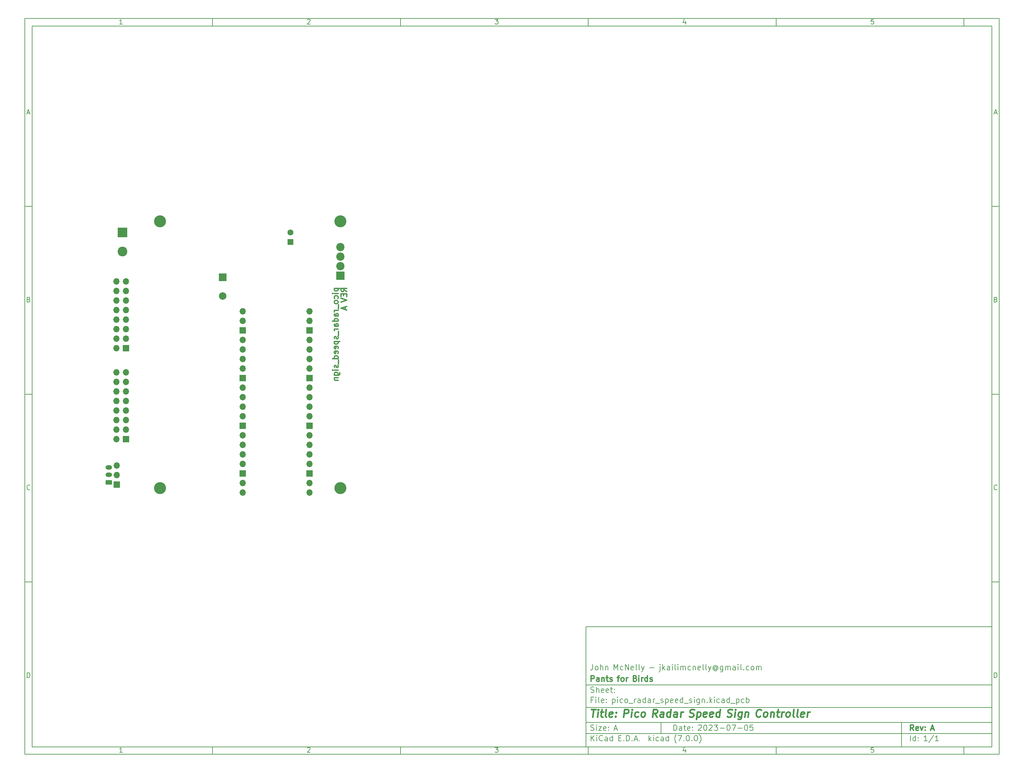
<source format=gbr>
%TF.GenerationSoftware,KiCad,Pcbnew,(7.0.0)*%
%TF.CreationDate,2023-07-05T22:29:38-07:00*%
%TF.ProjectId,pico_radar_speed_sign,7069636f-5f72-4616-9461-725f73706565,A*%
%TF.SameCoordinates,Original*%
%TF.FileFunction,Soldermask,Bot*%
%TF.FilePolarity,Negative*%
%FSLAX46Y46*%
G04 Gerber Fmt 4.6, Leading zero omitted, Abs format (unit mm)*
G04 Created by KiCad (PCBNEW (7.0.0)) date 2023-07-05 22:29:38*
%MOMM*%
%LPD*%
G01*
G04 APERTURE LIST*
G04 Aperture macros list*
%AMRoundRect*
0 Rectangle with rounded corners*
0 $1 Rounding radius*
0 $2 $3 $4 $5 $6 $7 $8 $9 X,Y pos of 4 corners*
0 Add a 4 corners polygon primitive as box body*
4,1,4,$2,$3,$4,$5,$6,$7,$8,$9,$2,$3,0*
0 Add four circle primitives for the rounded corners*
1,1,$1+$1,$2,$3*
1,1,$1+$1,$4,$5*
1,1,$1+$1,$6,$7*
1,1,$1+$1,$8,$9*
0 Add four rect primitives between the rounded corners*
20,1,$1+$1,$2,$3,$4,$5,0*
20,1,$1+$1,$4,$5,$6,$7,0*
20,1,$1+$1,$6,$7,$8,$9,0*
20,1,$1+$1,$8,$9,$2,$3,0*%
G04 Aperture macros list end*
%ADD10C,0.100000*%
%ADD11C,0.150000*%
%ADD12C,0.300000*%
%ADD13C,0.400000*%
%ADD14R,1.700000X1.700000*%
%ADD15O,1.700000X1.700000*%
%ADD16RoundRect,0.250000X0.625000X-0.350000X0.625000X0.350000X-0.625000X0.350000X-0.625000X-0.350000X0*%
%ADD17O,1.750000X1.200000*%
%ADD18R,2.200000X2.200000*%
%ADD19C,2.200000*%
%ADD20C,3.200000*%
%ADD21R,2.600000X2.600000*%
%ADD22C,2.600000*%
%ADD23R,1.600000X1.600000*%
%ADD24C,1.600000*%
%ADD25R,2.000000X2.000000*%
%ADD26C,2.000000*%
G04 APERTURE END LIST*
D10*
D11*
X159400000Y-171900000D02*
X267400000Y-171900000D01*
X267400000Y-203900000D01*
X159400000Y-203900000D01*
X159400000Y-171900000D01*
D10*
D11*
X10000000Y-10000000D02*
X269400000Y-10000000D01*
X269400000Y-205900000D01*
X10000000Y-205900000D01*
X10000000Y-10000000D01*
D10*
D11*
X12000000Y-12000000D02*
X267400000Y-12000000D01*
X267400000Y-203900000D01*
X12000000Y-203900000D01*
X12000000Y-12000000D01*
D10*
D11*
X60000000Y-12000000D02*
X60000000Y-10000000D01*
D10*
D11*
X110000000Y-12000000D02*
X110000000Y-10000000D01*
D10*
D11*
X160000000Y-12000000D02*
X160000000Y-10000000D01*
D10*
D11*
X210000000Y-12000000D02*
X210000000Y-10000000D01*
D10*
D11*
X260000000Y-12000000D02*
X260000000Y-10000000D01*
D10*
D11*
X35990476Y-11477595D02*
X35247619Y-11477595D01*
X35619047Y-11477595D02*
X35619047Y-10177595D01*
X35619047Y-10177595D02*
X35495238Y-10363309D01*
X35495238Y-10363309D02*
X35371428Y-10487119D01*
X35371428Y-10487119D02*
X35247619Y-10549023D01*
D10*
D11*
X85247619Y-10301404D02*
X85309523Y-10239500D01*
X85309523Y-10239500D02*
X85433333Y-10177595D01*
X85433333Y-10177595D02*
X85742857Y-10177595D01*
X85742857Y-10177595D02*
X85866666Y-10239500D01*
X85866666Y-10239500D02*
X85928571Y-10301404D01*
X85928571Y-10301404D02*
X85990476Y-10425214D01*
X85990476Y-10425214D02*
X85990476Y-10549023D01*
X85990476Y-10549023D02*
X85928571Y-10734738D01*
X85928571Y-10734738D02*
X85185714Y-11477595D01*
X85185714Y-11477595D02*
X85990476Y-11477595D01*
D10*
D11*
X135185714Y-10177595D02*
X135990476Y-10177595D01*
X135990476Y-10177595D02*
X135557142Y-10672833D01*
X135557142Y-10672833D02*
X135742857Y-10672833D01*
X135742857Y-10672833D02*
X135866666Y-10734738D01*
X135866666Y-10734738D02*
X135928571Y-10796642D01*
X135928571Y-10796642D02*
X135990476Y-10920452D01*
X135990476Y-10920452D02*
X135990476Y-11229976D01*
X135990476Y-11229976D02*
X135928571Y-11353785D01*
X135928571Y-11353785D02*
X135866666Y-11415690D01*
X135866666Y-11415690D02*
X135742857Y-11477595D01*
X135742857Y-11477595D02*
X135371428Y-11477595D01*
X135371428Y-11477595D02*
X135247619Y-11415690D01*
X135247619Y-11415690D02*
X135185714Y-11353785D01*
D10*
D11*
X185866666Y-10610928D02*
X185866666Y-11477595D01*
X185557142Y-10115690D02*
X185247619Y-11044261D01*
X185247619Y-11044261D02*
X186052380Y-11044261D01*
D10*
D11*
X235928571Y-10177595D02*
X235309523Y-10177595D01*
X235309523Y-10177595D02*
X235247619Y-10796642D01*
X235247619Y-10796642D02*
X235309523Y-10734738D01*
X235309523Y-10734738D02*
X235433333Y-10672833D01*
X235433333Y-10672833D02*
X235742857Y-10672833D01*
X235742857Y-10672833D02*
X235866666Y-10734738D01*
X235866666Y-10734738D02*
X235928571Y-10796642D01*
X235928571Y-10796642D02*
X235990476Y-10920452D01*
X235990476Y-10920452D02*
X235990476Y-11229976D01*
X235990476Y-11229976D02*
X235928571Y-11353785D01*
X235928571Y-11353785D02*
X235866666Y-11415690D01*
X235866666Y-11415690D02*
X235742857Y-11477595D01*
X235742857Y-11477595D02*
X235433333Y-11477595D01*
X235433333Y-11477595D02*
X235309523Y-11415690D01*
X235309523Y-11415690D02*
X235247619Y-11353785D01*
D10*
D11*
X60000000Y-203900000D02*
X60000000Y-205900000D01*
D10*
D11*
X110000000Y-203900000D02*
X110000000Y-205900000D01*
D10*
D11*
X160000000Y-203900000D02*
X160000000Y-205900000D01*
D10*
D11*
X210000000Y-203900000D02*
X210000000Y-205900000D01*
D10*
D11*
X260000000Y-203900000D02*
X260000000Y-205900000D01*
D10*
D11*
X35990476Y-205377595D02*
X35247619Y-205377595D01*
X35619047Y-205377595D02*
X35619047Y-204077595D01*
X35619047Y-204077595D02*
X35495238Y-204263309D01*
X35495238Y-204263309D02*
X35371428Y-204387119D01*
X35371428Y-204387119D02*
X35247619Y-204449023D01*
D10*
D11*
X85247619Y-204201404D02*
X85309523Y-204139500D01*
X85309523Y-204139500D02*
X85433333Y-204077595D01*
X85433333Y-204077595D02*
X85742857Y-204077595D01*
X85742857Y-204077595D02*
X85866666Y-204139500D01*
X85866666Y-204139500D02*
X85928571Y-204201404D01*
X85928571Y-204201404D02*
X85990476Y-204325214D01*
X85990476Y-204325214D02*
X85990476Y-204449023D01*
X85990476Y-204449023D02*
X85928571Y-204634738D01*
X85928571Y-204634738D02*
X85185714Y-205377595D01*
X85185714Y-205377595D02*
X85990476Y-205377595D01*
D10*
D11*
X135185714Y-204077595D02*
X135990476Y-204077595D01*
X135990476Y-204077595D02*
X135557142Y-204572833D01*
X135557142Y-204572833D02*
X135742857Y-204572833D01*
X135742857Y-204572833D02*
X135866666Y-204634738D01*
X135866666Y-204634738D02*
X135928571Y-204696642D01*
X135928571Y-204696642D02*
X135990476Y-204820452D01*
X135990476Y-204820452D02*
X135990476Y-205129976D01*
X135990476Y-205129976D02*
X135928571Y-205253785D01*
X135928571Y-205253785D02*
X135866666Y-205315690D01*
X135866666Y-205315690D02*
X135742857Y-205377595D01*
X135742857Y-205377595D02*
X135371428Y-205377595D01*
X135371428Y-205377595D02*
X135247619Y-205315690D01*
X135247619Y-205315690D02*
X135185714Y-205253785D01*
D10*
D11*
X185866666Y-204510928D02*
X185866666Y-205377595D01*
X185557142Y-204015690D02*
X185247619Y-204944261D01*
X185247619Y-204944261D02*
X186052380Y-204944261D01*
D10*
D11*
X235928571Y-204077595D02*
X235309523Y-204077595D01*
X235309523Y-204077595D02*
X235247619Y-204696642D01*
X235247619Y-204696642D02*
X235309523Y-204634738D01*
X235309523Y-204634738D02*
X235433333Y-204572833D01*
X235433333Y-204572833D02*
X235742857Y-204572833D01*
X235742857Y-204572833D02*
X235866666Y-204634738D01*
X235866666Y-204634738D02*
X235928571Y-204696642D01*
X235928571Y-204696642D02*
X235990476Y-204820452D01*
X235990476Y-204820452D02*
X235990476Y-205129976D01*
X235990476Y-205129976D02*
X235928571Y-205253785D01*
X235928571Y-205253785D02*
X235866666Y-205315690D01*
X235866666Y-205315690D02*
X235742857Y-205377595D01*
X235742857Y-205377595D02*
X235433333Y-205377595D01*
X235433333Y-205377595D02*
X235309523Y-205315690D01*
X235309523Y-205315690D02*
X235247619Y-205253785D01*
D10*
D11*
X10000000Y-60000000D02*
X12000000Y-60000000D01*
D10*
D11*
X10000000Y-110000000D02*
X12000000Y-110000000D01*
D10*
D11*
X10000000Y-160000000D02*
X12000000Y-160000000D01*
D10*
D11*
X10690476Y-35106166D02*
X11309523Y-35106166D01*
X10566666Y-35477595D02*
X10999999Y-34177595D01*
X10999999Y-34177595D02*
X11433333Y-35477595D01*
D10*
D11*
X11092857Y-84796642D02*
X11278571Y-84858547D01*
X11278571Y-84858547D02*
X11340476Y-84920452D01*
X11340476Y-84920452D02*
X11402380Y-85044261D01*
X11402380Y-85044261D02*
X11402380Y-85229976D01*
X11402380Y-85229976D02*
X11340476Y-85353785D01*
X11340476Y-85353785D02*
X11278571Y-85415690D01*
X11278571Y-85415690D02*
X11154761Y-85477595D01*
X11154761Y-85477595D02*
X10659523Y-85477595D01*
X10659523Y-85477595D02*
X10659523Y-84177595D01*
X10659523Y-84177595D02*
X11092857Y-84177595D01*
X11092857Y-84177595D02*
X11216666Y-84239500D01*
X11216666Y-84239500D02*
X11278571Y-84301404D01*
X11278571Y-84301404D02*
X11340476Y-84425214D01*
X11340476Y-84425214D02*
X11340476Y-84549023D01*
X11340476Y-84549023D02*
X11278571Y-84672833D01*
X11278571Y-84672833D02*
X11216666Y-84734738D01*
X11216666Y-84734738D02*
X11092857Y-84796642D01*
X11092857Y-84796642D02*
X10659523Y-84796642D01*
D10*
D11*
X11402380Y-135353785D02*
X11340476Y-135415690D01*
X11340476Y-135415690D02*
X11154761Y-135477595D01*
X11154761Y-135477595D02*
X11030952Y-135477595D01*
X11030952Y-135477595D02*
X10845238Y-135415690D01*
X10845238Y-135415690D02*
X10721428Y-135291880D01*
X10721428Y-135291880D02*
X10659523Y-135168071D01*
X10659523Y-135168071D02*
X10597619Y-134920452D01*
X10597619Y-134920452D02*
X10597619Y-134734738D01*
X10597619Y-134734738D02*
X10659523Y-134487119D01*
X10659523Y-134487119D02*
X10721428Y-134363309D01*
X10721428Y-134363309D02*
X10845238Y-134239500D01*
X10845238Y-134239500D02*
X11030952Y-134177595D01*
X11030952Y-134177595D02*
X11154761Y-134177595D01*
X11154761Y-134177595D02*
X11340476Y-134239500D01*
X11340476Y-134239500D02*
X11402380Y-134301404D01*
D10*
D11*
X10659523Y-185477595D02*
X10659523Y-184177595D01*
X10659523Y-184177595D02*
X10969047Y-184177595D01*
X10969047Y-184177595D02*
X11154761Y-184239500D01*
X11154761Y-184239500D02*
X11278571Y-184363309D01*
X11278571Y-184363309D02*
X11340476Y-184487119D01*
X11340476Y-184487119D02*
X11402380Y-184734738D01*
X11402380Y-184734738D02*
X11402380Y-184920452D01*
X11402380Y-184920452D02*
X11340476Y-185168071D01*
X11340476Y-185168071D02*
X11278571Y-185291880D01*
X11278571Y-185291880D02*
X11154761Y-185415690D01*
X11154761Y-185415690D02*
X10969047Y-185477595D01*
X10969047Y-185477595D02*
X10659523Y-185477595D01*
D10*
D11*
X269400000Y-60000000D02*
X267400000Y-60000000D01*
D10*
D11*
X269400000Y-110000000D02*
X267400000Y-110000000D01*
D10*
D11*
X269400000Y-160000000D02*
X267400000Y-160000000D01*
D10*
D11*
X268090476Y-35106166D02*
X268709523Y-35106166D01*
X267966666Y-35477595D02*
X268399999Y-34177595D01*
X268399999Y-34177595D02*
X268833333Y-35477595D01*
D10*
D11*
X268492857Y-84796642D02*
X268678571Y-84858547D01*
X268678571Y-84858547D02*
X268740476Y-84920452D01*
X268740476Y-84920452D02*
X268802380Y-85044261D01*
X268802380Y-85044261D02*
X268802380Y-85229976D01*
X268802380Y-85229976D02*
X268740476Y-85353785D01*
X268740476Y-85353785D02*
X268678571Y-85415690D01*
X268678571Y-85415690D02*
X268554761Y-85477595D01*
X268554761Y-85477595D02*
X268059523Y-85477595D01*
X268059523Y-85477595D02*
X268059523Y-84177595D01*
X268059523Y-84177595D02*
X268492857Y-84177595D01*
X268492857Y-84177595D02*
X268616666Y-84239500D01*
X268616666Y-84239500D02*
X268678571Y-84301404D01*
X268678571Y-84301404D02*
X268740476Y-84425214D01*
X268740476Y-84425214D02*
X268740476Y-84549023D01*
X268740476Y-84549023D02*
X268678571Y-84672833D01*
X268678571Y-84672833D02*
X268616666Y-84734738D01*
X268616666Y-84734738D02*
X268492857Y-84796642D01*
X268492857Y-84796642D02*
X268059523Y-84796642D01*
D10*
D11*
X268802380Y-135353785D02*
X268740476Y-135415690D01*
X268740476Y-135415690D02*
X268554761Y-135477595D01*
X268554761Y-135477595D02*
X268430952Y-135477595D01*
X268430952Y-135477595D02*
X268245238Y-135415690D01*
X268245238Y-135415690D02*
X268121428Y-135291880D01*
X268121428Y-135291880D02*
X268059523Y-135168071D01*
X268059523Y-135168071D02*
X267997619Y-134920452D01*
X267997619Y-134920452D02*
X267997619Y-134734738D01*
X267997619Y-134734738D02*
X268059523Y-134487119D01*
X268059523Y-134487119D02*
X268121428Y-134363309D01*
X268121428Y-134363309D02*
X268245238Y-134239500D01*
X268245238Y-134239500D02*
X268430952Y-134177595D01*
X268430952Y-134177595D02*
X268554761Y-134177595D01*
X268554761Y-134177595D02*
X268740476Y-134239500D01*
X268740476Y-134239500D02*
X268802380Y-134301404D01*
D10*
D11*
X268059523Y-185477595D02*
X268059523Y-184177595D01*
X268059523Y-184177595D02*
X268369047Y-184177595D01*
X268369047Y-184177595D02*
X268554761Y-184239500D01*
X268554761Y-184239500D02*
X268678571Y-184363309D01*
X268678571Y-184363309D02*
X268740476Y-184487119D01*
X268740476Y-184487119D02*
X268802380Y-184734738D01*
X268802380Y-184734738D02*
X268802380Y-184920452D01*
X268802380Y-184920452D02*
X268740476Y-185168071D01*
X268740476Y-185168071D02*
X268678571Y-185291880D01*
X268678571Y-185291880D02*
X268554761Y-185415690D01*
X268554761Y-185415690D02*
X268369047Y-185477595D01*
X268369047Y-185477595D02*
X268059523Y-185477595D01*
D10*
D11*
X182757142Y-199551071D02*
X182757142Y-198051071D01*
X182757142Y-198051071D02*
X183114285Y-198051071D01*
X183114285Y-198051071D02*
X183328571Y-198122500D01*
X183328571Y-198122500D02*
X183471428Y-198265357D01*
X183471428Y-198265357D02*
X183542857Y-198408214D01*
X183542857Y-198408214D02*
X183614285Y-198693928D01*
X183614285Y-198693928D02*
X183614285Y-198908214D01*
X183614285Y-198908214D02*
X183542857Y-199193928D01*
X183542857Y-199193928D02*
X183471428Y-199336785D01*
X183471428Y-199336785D02*
X183328571Y-199479642D01*
X183328571Y-199479642D02*
X183114285Y-199551071D01*
X183114285Y-199551071D02*
X182757142Y-199551071D01*
X184900000Y-199551071D02*
X184900000Y-198765357D01*
X184900000Y-198765357D02*
X184828571Y-198622500D01*
X184828571Y-198622500D02*
X184685714Y-198551071D01*
X184685714Y-198551071D02*
X184400000Y-198551071D01*
X184400000Y-198551071D02*
X184257142Y-198622500D01*
X184900000Y-199479642D02*
X184757142Y-199551071D01*
X184757142Y-199551071D02*
X184400000Y-199551071D01*
X184400000Y-199551071D02*
X184257142Y-199479642D01*
X184257142Y-199479642D02*
X184185714Y-199336785D01*
X184185714Y-199336785D02*
X184185714Y-199193928D01*
X184185714Y-199193928D02*
X184257142Y-199051071D01*
X184257142Y-199051071D02*
X184400000Y-198979642D01*
X184400000Y-198979642D02*
X184757142Y-198979642D01*
X184757142Y-198979642D02*
X184900000Y-198908214D01*
X185400000Y-198551071D02*
X185971428Y-198551071D01*
X185614285Y-198051071D02*
X185614285Y-199336785D01*
X185614285Y-199336785D02*
X185685714Y-199479642D01*
X185685714Y-199479642D02*
X185828571Y-199551071D01*
X185828571Y-199551071D02*
X185971428Y-199551071D01*
X187042857Y-199479642D02*
X186900000Y-199551071D01*
X186900000Y-199551071D02*
X186614286Y-199551071D01*
X186614286Y-199551071D02*
X186471428Y-199479642D01*
X186471428Y-199479642D02*
X186400000Y-199336785D01*
X186400000Y-199336785D02*
X186400000Y-198765357D01*
X186400000Y-198765357D02*
X186471428Y-198622500D01*
X186471428Y-198622500D02*
X186614286Y-198551071D01*
X186614286Y-198551071D02*
X186900000Y-198551071D01*
X186900000Y-198551071D02*
X187042857Y-198622500D01*
X187042857Y-198622500D02*
X187114286Y-198765357D01*
X187114286Y-198765357D02*
X187114286Y-198908214D01*
X187114286Y-198908214D02*
X186400000Y-199051071D01*
X187757142Y-199408214D02*
X187828571Y-199479642D01*
X187828571Y-199479642D02*
X187757142Y-199551071D01*
X187757142Y-199551071D02*
X187685714Y-199479642D01*
X187685714Y-199479642D02*
X187757142Y-199408214D01*
X187757142Y-199408214D02*
X187757142Y-199551071D01*
X187757142Y-198622500D02*
X187828571Y-198693928D01*
X187828571Y-198693928D02*
X187757142Y-198765357D01*
X187757142Y-198765357D02*
X187685714Y-198693928D01*
X187685714Y-198693928D02*
X187757142Y-198622500D01*
X187757142Y-198622500D02*
X187757142Y-198765357D01*
X189300000Y-198193928D02*
X189371428Y-198122500D01*
X189371428Y-198122500D02*
X189514286Y-198051071D01*
X189514286Y-198051071D02*
X189871428Y-198051071D01*
X189871428Y-198051071D02*
X190014286Y-198122500D01*
X190014286Y-198122500D02*
X190085714Y-198193928D01*
X190085714Y-198193928D02*
X190157143Y-198336785D01*
X190157143Y-198336785D02*
X190157143Y-198479642D01*
X190157143Y-198479642D02*
X190085714Y-198693928D01*
X190085714Y-198693928D02*
X189228571Y-199551071D01*
X189228571Y-199551071D02*
X190157143Y-199551071D01*
X191085714Y-198051071D02*
X191228571Y-198051071D01*
X191228571Y-198051071D02*
X191371428Y-198122500D01*
X191371428Y-198122500D02*
X191442857Y-198193928D01*
X191442857Y-198193928D02*
X191514285Y-198336785D01*
X191514285Y-198336785D02*
X191585714Y-198622500D01*
X191585714Y-198622500D02*
X191585714Y-198979642D01*
X191585714Y-198979642D02*
X191514285Y-199265357D01*
X191514285Y-199265357D02*
X191442857Y-199408214D01*
X191442857Y-199408214D02*
X191371428Y-199479642D01*
X191371428Y-199479642D02*
X191228571Y-199551071D01*
X191228571Y-199551071D02*
X191085714Y-199551071D01*
X191085714Y-199551071D02*
X190942857Y-199479642D01*
X190942857Y-199479642D02*
X190871428Y-199408214D01*
X190871428Y-199408214D02*
X190799999Y-199265357D01*
X190799999Y-199265357D02*
X190728571Y-198979642D01*
X190728571Y-198979642D02*
X190728571Y-198622500D01*
X190728571Y-198622500D02*
X190799999Y-198336785D01*
X190799999Y-198336785D02*
X190871428Y-198193928D01*
X190871428Y-198193928D02*
X190942857Y-198122500D01*
X190942857Y-198122500D02*
X191085714Y-198051071D01*
X192157142Y-198193928D02*
X192228570Y-198122500D01*
X192228570Y-198122500D02*
X192371428Y-198051071D01*
X192371428Y-198051071D02*
X192728570Y-198051071D01*
X192728570Y-198051071D02*
X192871428Y-198122500D01*
X192871428Y-198122500D02*
X192942856Y-198193928D01*
X192942856Y-198193928D02*
X193014285Y-198336785D01*
X193014285Y-198336785D02*
X193014285Y-198479642D01*
X193014285Y-198479642D02*
X192942856Y-198693928D01*
X192942856Y-198693928D02*
X192085713Y-199551071D01*
X192085713Y-199551071D02*
X193014285Y-199551071D01*
X193514284Y-198051071D02*
X194442856Y-198051071D01*
X194442856Y-198051071D02*
X193942856Y-198622500D01*
X193942856Y-198622500D02*
X194157141Y-198622500D01*
X194157141Y-198622500D02*
X194299999Y-198693928D01*
X194299999Y-198693928D02*
X194371427Y-198765357D01*
X194371427Y-198765357D02*
X194442856Y-198908214D01*
X194442856Y-198908214D02*
X194442856Y-199265357D01*
X194442856Y-199265357D02*
X194371427Y-199408214D01*
X194371427Y-199408214D02*
X194299999Y-199479642D01*
X194299999Y-199479642D02*
X194157141Y-199551071D01*
X194157141Y-199551071D02*
X193728570Y-199551071D01*
X193728570Y-199551071D02*
X193585713Y-199479642D01*
X193585713Y-199479642D02*
X193514284Y-199408214D01*
X195085712Y-198979642D02*
X196228570Y-198979642D01*
X197228570Y-198051071D02*
X197371427Y-198051071D01*
X197371427Y-198051071D02*
X197514284Y-198122500D01*
X197514284Y-198122500D02*
X197585713Y-198193928D01*
X197585713Y-198193928D02*
X197657141Y-198336785D01*
X197657141Y-198336785D02*
X197728570Y-198622500D01*
X197728570Y-198622500D02*
X197728570Y-198979642D01*
X197728570Y-198979642D02*
X197657141Y-199265357D01*
X197657141Y-199265357D02*
X197585713Y-199408214D01*
X197585713Y-199408214D02*
X197514284Y-199479642D01*
X197514284Y-199479642D02*
X197371427Y-199551071D01*
X197371427Y-199551071D02*
X197228570Y-199551071D01*
X197228570Y-199551071D02*
X197085713Y-199479642D01*
X197085713Y-199479642D02*
X197014284Y-199408214D01*
X197014284Y-199408214D02*
X196942855Y-199265357D01*
X196942855Y-199265357D02*
X196871427Y-198979642D01*
X196871427Y-198979642D02*
X196871427Y-198622500D01*
X196871427Y-198622500D02*
X196942855Y-198336785D01*
X196942855Y-198336785D02*
X197014284Y-198193928D01*
X197014284Y-198193928D02*
X197085713Y-198122500D01*
X197085713Y-198122500D02*
X197228570Y-198051071D01*
X198228569Y-198051071D02*
X199228569Y-198051071D01*
X199228569Y-198051071D02*
X198585712Y-199551071D01*
X199799997Y-198979642D02*
X200942855Y-198979642D01*
X201942855Y-198051071D02*
X202085712Y-198051071D01*
X202085712Y-198051071D02*
X202228569Y-198122500D01*
X202228569Y-198122500D02*
X202299998Y-198193928D01*
X202299998Y-198193928D02*
X202371426Y-198336785D01*
X202371426Y-198336785D02*
X202442855Y-198622500D01*
X202442855Y-198622500D02*
X202442855Y-198979642D01*
X202442855Y-198979642D02*
X202371426Y-199265357D01*
X202371426Y-199265357D02*
X202299998Y-199408214D01*
X202299998Y-199408214D02*
X202228569Y-199479642D01*
X202228569Y-199479642D02*
X202085712Y-199551071D01*
X202085712Y-199551071D02*
X201942855Y-199551071D01*
X201942855Y-199551071D02*
X201799998Y-199479642D01*
X201799998Y-199479642D02*
X201728569Y-199408214D01*
X201728569Y-199408214D02*
X201657140Y-199265357D01*
X201657140Y-199265357D02*
X201585712Y-198979642D01*
X201585712Y-198979642D02*
X201585712Y-198622500D01*
X201585712Y-198622500D02*
X201657140Y-198336785D01*
X201657140Y-198336785D02*
X201728569Y-198193928D01*
X201728569Y-198193928D02*
X201799998Y-198122500D01*
X201799998Y-198122500D02*
X201942855Y-198051071D01*
X203799997Y-198051071D02*
X203085711Y-198051071D01*
X203085711Y-198051071D02*
X203014283Y-198765357D01*
X203014283Y-198765357D02*
X203085711Y-198693928D01*
X203085711Y-198693928D02*
X203228569Y-198622500D01*
X203228569Y-198622500D02*
X203585711Y-198622500D01*
X203585711Y-198622500D02*
X203728569Y-198693928D01*
X203728569Y-198693928D02*
X203799997Y-198765357D01*
X203799997Y-198765357D02*
X203871426Y-198908214D01*
X203871426Y-198908214D02*
X203871426Y-199265357D01*
X203871426Y-199265357D02*
X203799997Y-199408214D01*
X203799997Y-199408214D02*
X203728569Y-199479642D01*
X203728569Y-199479642D02*
X203585711Y-199551071D01*
X203585711Y-199551071D02*
X203228569Y-199551071D01*
X203228569Y-199551071D02*
X203085711Y-199479642D01*
X203085711Y-199479642D02*
X203014283Y-199408214D01*
D10*
D11*
X159400000Y-200400000D02*
X267400000Y-200400000D01*
D10*
D11*
X160757142Y-202351071D02*
X160757142Y-200851071D01*
X161614285Y-202351071D02*
X160971428Y-201493928D01*
X161614285Y-200851071D02*
X160757142Y-201708214D01*
X162257142Y-202351071D02*
X162257142Y-201351071D01*
X162257142Y-200851071D02*
X162185714Y-200922500D01*
X162185714Y-200922500D02*
X162257142Y-200993928D01*
X162257142Y-200993928D02*
X162328571Y-200922500D01*
X162328571Y-200922500D02*
X162257142Y-200851071D01*
X162257142Y-200851071D02*
X162257142Y-200993928D01*
X163828571Y-202208214D02*
X163757143Y-202279642D01*
X163757143Y-202279642D02*
X163542857Y-202351071D01*
X163542857Y-202351071D02*
X163400000Y-202351071D01*
X163400000Y-202351071D02*
X163185714Y-202279642D01*
X163185714Y-202279642D02*
X163042857Y-202136785D01*
X163042857Y-202136785D02*
X162971428Y-201993928D01*
X162971428Y-201993928D02*
X162900000Y-201708214D01*
X162900000Y-201708214D02*
X162900000Y-201493928D01*
X162900000Y-201493928D02*
X162971428Y-201208214D01*
X162971428Y-201208214D02*
X163042857Y-201065357D01*
X163042857Y-201065357D02*
X163185714Y-200922500D01*
X163185714Y-200922500D02*
X163400000Y-200851071D01*
X163400000Y-200851071D02*
X163542857Y-200851071D01*
X163542857Y-200851071D02*
X163757143Y-200922500D01*
X163757143Y-200922500D02*
X163828571Y-200993928D01*
X165114286Y-202351071D02*
X165114286Y-201565357D01*
X165114286Y-201565357D02*
X165042857Y-201422500D01*
X165042857Y-201422500D02*
X164900000Y-201351071D01*
X164900000Y-201351071D02*
X164614286Y-201351071D01*
X164614286Y-201351071D02*
X164471428Y-201422500D01*
X165114286Y-202279642D02*
X164971428Y-202351071D01*
X164971428Y-202351071D02*
X164614286Y-202351071D01*
X164614286Y-202351071D02*
X164471428Y-202279642D01*
X164471428Y-202279642D02*
X164400000Y-202136785D01*
X164400000Y-202136785D02*
X164400000Y-201993928D01*
X164400000Y-201993928D02*
X164471428Y-201851071D01*
X164471428Y-201851071D02*
X164614286Y-201779642D01*
X164614286Y-201779642D02*
X164971428Y-201779642D01*
X164971428Y-201779642D02*
X165114286Y-201708214D01*
X166471429Y-202351071D02*
X166471429Y-200851071D01*
X166471429Y-202279642D02*
X166328571Y-202351071D01*
X166328571Y-202351071D02*
X166042857Y-202351071D01*
X166042857Y-202351071D02*
X165900000Y-202279642D01*
X165900000Y-202279642D02*
X165828571Y-202208214D01*
X165828571Y-202208214D02*
X165757143Y-202065357D01*
X165757143Y-202065357D02*
X165757143Y-201636785D01*
X165757143Y-201636785D02*
X165828571Y-201493928D01*
X165828571Y-201493928D02*
X165900000Y-201422500D01*
X165900000Y-201422500D02*
X166042857Y-201351071D01*
X166042857Y-201351071D02*
X166328571Y-201351071D01*
X166328571Y-201351071D02*
X166471429Y-201422500D01*
X168085714Y-201565357D02*
X168585714Y-201565357D01*
X168800000Y-202351071D02*
X168085714Y-202351071D01*
X168085714Y-202351071D02*
X168085714Y-200851071D01*
X168085714Y-200851071D02*
X168800000Y-200851071D01*
X169442857Y-202208214D02*
X169514286Y-202279642D01*
X169514286Y-202279642D02*
X169442857Y-202351071D01*
X169442857Y-202351071D02*
X169371429Y-202279642D01*
X169371429Y-202279642D02*
X169442857Y-202208214D01*
X169442857Y-202208214D02*
X169442857Y-202351071D01*
X170157143Y-202351071D02*
X170157143Y-200851071D01*
X170157143Y-200851071D02*
X170514286Y-200851071D01*
X170514286Y-200851071D02*
X170728572Y-200922500D01*
X170728572Y-200922500D02*
X170871429Y-201065357D01*
X170871429Y-201065357D02*
X170942858Y-201208214D01*
X170942858Y-201208214D02*
X171014286Y-201493928D01*
X171014286Y-201493928D02*
X171014286Y-201708214D01*
X171014286Y-201708214D02*
X170942858Y-201993928D01*
X170942858Y-201993928D02*
X170871429Y-202136785D01*
X170871429Y-202136785D02*
X170728572Y-202279642D01*
X170728572Y-202279642D02*
X170514286Y-202351071D01*
X170514286Y-202351071D02*
X170157143Y-202351071D01*
X171657143Y-202208214D02*
X171728572Y-202279642D01*
X171728572Y-202279642D02*
X171657143Y-202351071D01*
X171657143Y-202351071D02*
X171585715Y-202279642D01*
X171585715Y-202279642D02*
X171657143Y-202208214D01*
X171657143Y-202208214D02*
X171657143Y-202351071D01*
X172300001Y-201922500D02*
X173014287Y-201922500D01*
X172157144Y-202351071D02*
X172657144Y-200851071D01*
X172657144Y-200851071D02*
X173157144Y-202351071D01*
X173657143Y-202208214D02*
X173728572Y-202279642D01*
X173728572Y-202279642D02*
X173657143Y-202351071D01*
X173657143Y-202351071D02*
X173585715Y-202279642D01*
X173585715Y-202279642D02*
X173657143Y-202208214D01*
X173657143Y-202208214D02*
X173657143Y-202351071D01*
X176171429Y-202351071D02*
X176171429Y-200851071D01*
X176314287Y-201779642D02*
X176742858Y-202351071D01*
X176742858Y-201351071D02*
X176171429Y-201922500D01*
X177385715Y-202351071D02*
X177385715Y-201351071D01*
X177385715Y-200851071D02*
X177314287Y-200922500D01*
X177314287Y-200922500D02*
X177385715Y-200993928D01*
X177385715Y-200993928D02*
X177457144Y-200922500D01*
X177457144Y-200922500D02*
X177385715Y-200851071D01*
X177385715Y-200851071D02*
X177385715Y-200993928D01*
X178742859Y-202279642D02*
X178600001Y-202351071D01*
X178600001Y-202351071D02*
X178314287Y-202351071D01*
X178314287Y-202351071D02*
X178171430Y-202279642D01*
X178171430Y-202279642D02*
X178100001Y-202208214D01*
X178100001Y-202208214D02*
X178028573Y-202065357D01*
X178028573Y-202065357D02*
X178028573Y-201636785D01*
X178028573Y-201636785D02*
X178100001Y-201493928D01*
X178100001Y-201493928D02*
X178171430Y-201422500D01*
X178171430Y-201422500D02*
X178314287Y-201351071D01*
X178314287Y-201351071D02*
X178600001Y-201351071D01*
X178600001Y-201351071D02*
X178742859Y-201422500D01*
X180028573Y-202351071D02*
X180028573Y-201565357D01*
X180028573Y-201565357D02*
X179957144Y-201422500D01*
X179957144Y-201422500D02*
X179814287Y-201351071D01*
X179814287Y-201351071D02*
X179528573Y-201351071D01*
X179528573Y-201351071D02*
X179385715Y-201422500D01*
X180028573Y-202279642D02*
X179885715Y-202351071D01*
X179885715Y-202351071D02*
X179528573Y-202351071D01*
X179528573Y-202351071D02*
X179385715Y-202279642D01*
X179385715Y-202279642D02*
X179314287Y-202136785D01*
X179314287Y-202136785D02*
X179314287Y-201993928D01*
X179314287Y-201993928D02*
X179385715Y-201851071D01*
X179385715Y-201851071D02*
X179528573Y-201779642D01*
X179528573Y-201779642D02*
X179885715Y-201779642D01*
X179885715Y-201779642D02*
X180028573Y-201708214D01*
X181385716Y-202351071D02*
X181385716Y-200851071D01*
X181385716Y-202279642D02*
X181242858Y-202351071D01*
X181242858Y-202351071D02*
X180957144Y-202351071D01*
X180957144Y-202351071D02*
X180814287Y-202279642D01*
X180814287Y-202279642D02*
X180742858Y-202208214D01*
X180742858Y-202208214D02*
X180671430Y-202065357D01*
X180671430Y-202065357D02*
X180671430Y-201636785D01*
X180671430Y-201636785D02*
X180742858Y-201493928D01*
X180742858Y-201493928D02*
X180814287Y-201422500D01*
X180814287Y-201422500D02*
X180957144Y-201351071D01*
X180957144Y-201351071D02*
X181242858Y-201351071D01*
X181242858Y-201351071D02*
X181385716Y-201422500D01*
X183428573Y-202922500D02*
X183357144Y-202851071D01*
X183357144Y-202851071D02*
X183214287Y-202636785D01*
X183214287Y-202636785D02*
X183142859Y-202493928D01*
X183142859Y-202493928D02*
X183071430Y-202279642D01*
X183071430Y-202279642D02*
X183000001Y-201922500D01*
X183000001Y-201922500D02*
X183000001Y-201636785D01*
X183000001Y-201636785D02*
X183071430Y-201279642D01*
X183071430Y-201279642D02*
X183142859Y-201065357D01*
X183142859Y-201065357D02*
X183214287Y-200922500D01*
X183214287Y-200922500D02*
X183357144Y-200708214D01*
X183357144Y-200708214D02*
X183428573Y-200636785D01*
X183857144Y-200851071D02*
X184857144Y-200851071D01*
X184857144Y-200851071D02*
X184214287Y-202351071D01*
X185428572Y-202208214D02*
X185500001Y-202279642D01*
X185500001Y-202279642D02*
X185428572Y-202351071D01*
X185428572Y-202351071D02*
X185357144Y-202279642D01*
X185357144Y-202279642D02*
X185428572Y-202208214D01*
X185428572Y-202208214D02*
X185428572Y-202351071D01*
X186428573Y-200851071D02*
X186571430Y-200851071D01*
X186571430Y-200851071D02*
X186714287Y-200922500D01*
X186714287Y-200922500D02*
X186785716Y-200993928D01*
X186785716Y-200993928D02*
X186857144Y-201136785D01*
X186857144Y-201136785D02*
X186928573Y-201422500D01*
X186928573Y-201422500D02*
X186928573Y-201779642D01*
X186928573Y-201779642D02*
X186857144Y-202065357D01*
X186857144Y-202065357D02*
X186785716Y-202208214D01*
X186785716Y-202208214D02*
X186714287Y-202279642D01*
X186714287Y-202279642D02*
X186571430Y-202351071D01*
X186571430Y-202351071D02*
X186428573Y-202351071D01*
X186428573Y-202351071D02*
X186285716Y-202279642D01*
X186285716Y-202279642D02*
X186214287Y-202208214D01*
X186214287Y-202208214D02*
X186142858Y-202065357D01*
X186142858Y-202065357D02*
X186071430Y-201779642D01*
X186071430Y-201779642D02*
X186071430Y-201422500D01*
X186071430Y-201422500D02*
X186142858Y-201136785D01*
X186142858Y-201136785D02*
X186214287Y-200993928D01*
X186214287Y-200993928D02*
X186285716Y-200922500D01*
X186285716Y-200922500D02*
X186428573Y-200851071D01*
X187571429Y-202208214D02*
X187642858Y-202279642D01*
X187642858Y-202279642D02*
X187571429Y-202351071D01*
X187571429Y-202351071D02*
X187500001Y-202279642D01*
X187500001Y-202279642D02*
X187571429Y-202208214D01*
X187571429Y-202208214D02*
X187571429Y-202351071D01*
X188571430Y-200851071D02*
X188714287Y-200851071D01*
X188714287Y-200851071D02*
X188857144Y-200922500D01*
X188857144Y-200922500D02*
X188928573Y-200993928D01*
X188928573Y-200993928D02*
X189000001Y-201136785D01*
X189000001Y-201136785D02*
X189071430Y-201422500D01*
X189071430Y-201422500D02*
X189071430Y-201779642D01*
X189071430Y-201779642D02*
X189000001Y-202065357D01*
X189000001Y-202065357D02*
X188928573Y-202208214D01*
X188928573Y-202208214D02*
X188857144Y-202279642D01*
X188857144Y-202279642D02*
X188714287Y-202351071D01*
X188714287Y-202351071D02*
X188571430Y-202351071D01*
X188571430Y-202351071D02*
X188428573Y-202279642D01*
X188428573Y-202279642D02*
X188357144Y-202208214D01*
X188357144Y-202208214D02*
X188285715Y-202065357D01*
X188285715Y-202065357D02*
X188214287Y-201779642D01*
X188214287Y-201779642D02*
X188214287Y-201422500D01*
X188214287Y-201422500D02*
X188285715Y-201136785D01*
X188285715Y-201136785D02*
X188357144Y-200993928D01*
X188357144Y-200993928D02*
X188428573Y-200922500D01*
X188428573Y-200922500D02*
X188571430Y-200851071D01*
X189571429Y-202922500D02*
X189642858Y-202851071D01*
X189642858Y-202851071D02*
X189785715Y-202636785D01*
X189785715Y-202636785D02*
X189857144Y-202493928D01*
X189857144Y-202493928D02*
X189928572Y-202279642D01*
X189928572Y-202279642D02*
X190000001Y-201922500D01*
X190000001Y-201922500D02*
X190000001Y-201636785D01*
X190000001Y-201636785D02*
X189928572Y-201279642D01*
X189928572Y-201279642D02*
X189857144Y-201065357D01*
X189857144Y-201065357D02*
X189785715Y-200922500D01*
X189785715Y-200922500D02*
X189642858Y-200708214D01*
X189642858Y-200708214D02*
X189571429Y-200636785D01*
D10*
D11*
X159400000Y-197400000D02*
X267400000Y-197400000D01*
D10*
D12*
X246614285Y-199551071D02*
X246114285Y-198836785D01*
X245757142Y-199551071D02*
X245757142Y-198051071D01*
X245757142Y-198051071D02*
X246328571Y-198051071D01*
X246328571Y-198051071D02*
X246471428Y-198122500D01*
X246471428Y-198122500D02*
X246542857Y-198193928D01*
X246542857Y-198193928D02*
X246614285Y-198336785D01*
X246614285Y-198336785D02*
X246614285Y-198551071D01*
X246614285Y-198551071D02*
X246542857Y-198693928D01*
X246542857Y-198693928D02*
X246471428Y-198765357D01*
X246471428Y-198765357D02*
X246328571Y-198836785D01*
X246328571Y-198836785D02*
X245757142Y-198836785D01*
X247828571Y-199479642D02*
X247685714Y-199551071D01*
X247685714Y-199551071D02*
X247400000Y-199551071D01*
X247400000Y-199551071D02*
X247257142Y-199479642D01*
X247257142Y-199479642D02*
X247185714Y-199336785D01*
X247185714Y-199336785D02*
X247185714Y-198765357D01*
X247185714Y-198765357D02*
X247257142Y-198622500D01*
X247257142Y-198622500D02*
X247400000Y-198551071D01*
X247400000Y-198551071D02*
X247685714Y-198551071D01*
X247685714Y-198551071D02*
X247828571Y-198622500D01*
X247828571Y-198622500D02*
X247900000Y-198765357D01*
X247900000Y-198765357D02*
X247900000Y-198908214D01*
X247900000Y-198908214D02*
X247185714Y-199051071D01*
X248399999Y-198551071D02*
X248757142Y-199551071D01*
X248757142Y-199551071D02*
X249114285Y-198551071D01*
X249685713Y-199408214D02*
X249757142Y-199479642D01*
X249757142Y-199479642D02*
X249685713Y-199551071D01*
X249685713Y-199551071D02*
X249614285Y-199479642D01*
X249614285Y-199479642D02*
X249685713Y-199408214D01*
X249685713Y-199408214D02*
X249685713Y-199551071D01*
X249685713Y-198622500D02*
X249757142Y-198693928D01*
X249757142Y-198693928D02*
X249685713Y-198765357D01*
X249685713Y-198765357D02*
X249614285Y-198693928D01*
X249614285Y-198693928D02*
X249685713Y-198622500D01*
X249685713Y-198622500D02*
X249685713Y-198765357D01*
X251228571Y-199122500D02*
X251942857Y-199122500D01*
X251085714Y-199551071D02*
X251585714Y-198051071D01*
X251585714Y-198051071D02*
X252085714Y-199551071D01*
D10*
D11*
X160685714Y-199479642D02*
X160900000Y-199551071D01*
X160900000Y-199551071D02*
X161257142Y-199551071D01*
X161257142Y-199551071D02*
X161400000Y-199479642D01*
X161400000Y-199479642D02*
X161471428Y-199408214D01*
X161471428Y-199408214D02*
X161542857Y-199265357D01*
X161542857Y-199265357D02*
X161542857Y-199122500D01*
X161542857Y-199122500D02*
X161471428Y-198979642D01*
X161471428Y-198979642D02*
X161400000Y-198908214D01*
X161400000Y-198908214D02*
X161257142Y-198836785D01*
X161257142Y-198836785D02*
X160971428Y-198765357D01*
X160971428Y-198765357D02*
X160828571Y-198693928D01*
X160828571Y-198693928D02*
X160757142Y-198622500D01*
X160757142Y-198622500D02*
X160685714Y-198479642D01*
X160685714Y-198479642D02*
X160685714Y-198336785D01*
X160685714Y-198336785D02*
X160757142Y-198193928D01*
X160757142Y-198193928D02*
X160828571Y-198122500D01*
X160828571Y-198122500D02*
X160971428Y-198051071D01*
X160971428Y-198051071D02*
X161328571Y-198051071D01*
X161328571Y-198051071D02*
X161542857Y-198122500D01*
X162185713Y-199551071D02*
X162185713Y-198551071D01*
X162185713Y-198051071D02*
X162114285Y-198122500D01*
X162114285Y-198122500D02*
X162185713Y-198193928D01*
X162185713Y-198193928D02*
X162257142Y-198122500D01*
X162257142Y-198122500D02*
X162185713Y-198051071D01*
X162185713Y-198051071D02*
X162185713Y-198193928D01*
X162757142Y-198551071D02*
X163542857Y-198551071D01*
X163542857Y-198551071D02*
X162757142Y-199551071D01*
X162757142Y-199551071D02*
X163542857Y-199551071D01*
X164685714Y-199479642D02*
X164542857Y-199551071D01*
X164542857Y-199551071D02*
X164257143Y-199551071D01*
X164257143Y-199551071D02*
X164114285Y-199479642D01*
X164114285Y-199479642D02*
X164042857Y-199336785D01*
X164042857Y-199336785D02*
X164042857Y-198765357D01*
X164042857Y-198765357D02*
X164114285Y-198622500D01*
X164114285Y-198622500D02*
X164257143Y-198551071D01*
X164257143Y-198551071D02*
X164542857Y-198551071D01*
X164542857Y-198551071D02*
X164685714Y-198622500D01*
X164685714Y-198622500D02*
X164757143Y-198765357D01*
X164757143Y-198765357D02*
X164757143Y-198908214D01*
X164757143Y-198908214D02*
X164042857Y-199051071D01*
X165399999Y-199408214D02*
X165471428Y-199479642D01*
X165471428Y-199479642D02*
X165399999Y-199551071D01*
X165399999Y-199551071D02*
X165328571Y-199479642D01*
X165328571Y-199479642D02*
X165399999Y-199408214D01*
X165399999Y-199408214D02*
X165399999Y-199551071D01*
X165399999Y-198622500D02*
X165471428Y-198693928D01*
X165471428Y-198693928D02*
X165399999Y-198765357D01*
X165399999Y-198765357D02*
X165328571Y-198693928D01*
X165328571Y-198693928D02*
X165399999Y-198622500D01*
X165399999Y-198622500D02*
X165399999Y-198765357D01*
X166942857Y-199122500D02*
X167657143Y-199122500D01*
X166800000Y-199551071D02*
X167300000Y-198051071D01*
X167300000Y-198051071D02*
X167800000Y-199551071D01*
D10*
D11*
X245757142Y-202351071D02*
X245757142Y-200851071D01*
X247114286Y-202351071D02*
X247114286Y-200851071D01*
X247114286Y-202279642D02*
X246971428Y-202351071D01*
X246971428Y-202351071D02*
X246685714Y-202351071D01*
X246685714Y-202351071D02*
X246542857Y-202279642D01*
X246542857Y-202279642D02*
X246471428Y-202208214D01*
X246471428Y-202208214D02*
X246400000Y-202065357D01*
X246400000Y-202065357D02*
X246400000Y-201636785D01*
X246400000Y-201636785D02*
X246471428Y-201493928D01*
X246471428Y-201493928D02*
X246542857Y-201422500D01*
X246542857Y-201422500D02*
X246685714Y-201351071D01*
X246685714Y-201351071D02*
X246971428Y-201351071D01*
X246971428Y-201351071D02*
X247114286Y-201422500D01*
X247828571Y-202208214D02*
X247900000Y-202279642D01*
X247900000Y-202279642D02*
X247828571Y-202351071D01*
X247828571Y-202351071D02*
X247757143Y-202279642D01*
X247757143Y-202279642D02*
X247828571Y-202208214D01*
X247828571Y-202208214D02*
X247828571Y-202351071D01*
X247828571Y-201422500D02*
X247900000Y-201493928D01*
X247900000Y-201493928D02*
X247828571Y-201565357D01*
X247828571Y-201565357D02*
X247757143Y-201493928D01*
X247757143Y-201493928D02*
X247828571Y-201422500D01*
X247828571Y-201422500D02*
X247828571Y-201565357D01*
X250228572Y-202351071D02*
X249371429Y-202351071D01*
X249800000Y-202351071D02*
X249800000Y-200851071D01*
X249800000Y-200851071D02*
X249657143Y-201065357D01*
X249657143Y-201065357D02*
X249514286Y-201208214D01*
X249514286Y-201208214D02*
X249371429Y-201279642D01*
X251942857Y-200779642D02*
X250657143Y-202708214D01*
X253228572Y-202351071D02*
X252371429Y-202351071D01*
X252800000Y-202351071D02*
X252800000Y-200851071D01*
X252800000Y-200851071D02*
X252657143Y-201065357D01*
X252657143Y-201065357D02*
X252514286Y-201208214D01*
X252514286Y-201208214D02*
X252371429Y-201279642D01*
D10*
D11*
X159400000Y-193400000D02*
X267400000Y-193400000D01*
D10*
D13*
X160852380Y-193934761D02*
X161995238Y-193934761D01*
X161173809Y-195934761D02*
X161423809Y-193934761D01*
X162411905Y-195934761D02*
X162578571Y-194601428D01*
X162661905Y-193934761D02*
X162554762Y-194030000D01*
X162554762Y-194030000D02*
X162638095Y-194125238D01*
X162638095Y-194125238D02*
X162745238Y-194030000D01*
X162745238Y-194030000D02*
X162661905Y-193934761D01*
X162661905Y-193934761D02*
X162638095Y-194125238D01*
X163245238Y-194601428D02*
X164007143Y-194601428D01*
X163614286Y-193934761D02*
X163400000Y-195649047D01*
X163400000Y-195649047D02*
X163471429Y-195839523D01*
X163471429Y-195839523D02*
X163650000Y-195934761D01*
X163650000Y-195934761D02*
X163840476Y-195934761D01*
X164792857Y-195934761D02*
X164614286Y-195839523D01*
X164614286Y-195839523D02*
X164542857Y-195649047D01*
X164542857Y-195649047D02*
X164757143Y-193934761D01*
X166328571Y-195839523D02*
X166126190Y-195934761D01*
X166126190Y-195934761D02*
X165745238Y-195934761D01*
X165745238Y-195934761D02*
X165566667Y-195839523D01*
X165566667Y-195839523D02*
X165495238Y-195649047D01*
X165495238Y-195649047D02*
X165590476Y-194887142D01*
X165590476Y-194887142D02*
X165709524Y-194696666D01*
X165709524Y-194696666D02*
X165911905Y-194601428D01*
X165911905Y-194601428D02*
X166292857Y-194601428D01*
X166292857Y-194601428D02*
X166471428Y-194696666D01*
X166471428Y-194696666D02*
X166542857Y-194887142D01*
X166542857Y-194887142D02*
X166519047Y-195077619D01*
X166519047Y-195077619D02*
X165542857Y-195268095D01*
X167292857Y-195744285D02*
X167376191Y-195839523D01*
X167376191Y-195839523D02*
X167269048Y-195934761D01*
X167269048Y-195934761D02*
X167185714Y-195839523D01*
X167185714Y-195839523D02*
X167292857Y-195744285D01*
X167292857Y-195744285D02*
X167269048Y-195934761D01*
X167423810Y-194696666D02*
X167507143Y-194791904D01*
X167507143Y-194791904D02*
X167400000Y-194887142D01*
X167400000Y-194887142D02*
X167316667Y-194791904D01*
X167316667Y-194791904D02*
X167423810Y-194696666D01*
X167423810Y-194696666D02*
X167400000Y-194887142D01*
X169421429Y-195934761D02*
X169671429Y-193934761D01*
X169671429Y-193934761D02*
X170433334Y-193934761D01*
X170433334Y-193934761D02*
X170611905Y-194030000D01*
X170611905Y-194030000D02*
X170695238Y-194125238D01*
X170695238Y-194125238D02*
X170766667Y-194315714D01*
X170766667Y-194315714D02*
X170730953Y-194601428D01*
X170730953Y-194601428D02*
X170611905Y-194791904D01*
X170611905Y-194791904D02*
X170504762Y-194887142D01*
X170504762Y-194887142D02*
X170302381Y-194982380D01*
X170302381Y-194982380D02*
X169540476Y-194982380D01*
X171421429Y-195934761D02*
X171588095Y-194601428D01*
X171671429Y-193934761D02*
X171564286Y-194030000D01*
X171564286Y-194030000D02*
X171647619Y-194125238D01*
X171647619Y-194125238D02*
X171754762Y-194030000D01*
X171754762Y-194030000D02*
X171671429Y-193934761D01*
X171671429Y-193934761D02*
X171647619Y-194125238D01*
X173242857Y-195839523D02*
X173040476Y-195934761D01*
X173040476Y-195934761D02*
X172659524Y-195934761D01*
X172659524Y-195934761D02*
X172480953Y-195839523D01*
X172480953Y-195839523D02*
X172397619Y-195744285D01*
X172397619Y-195744285D02*
X172326191Y-195553809D01*
X172326191Y-195553809D02*
X172397619Y-194982380D01*
X172397619Y-194982380D02*
X172516667Y-194791904D01*
X172516667Y-194791904D02*
X172623810Y-194696666D01*
X172623810Y-194696666D02*
X172826191Y-194601428D01*
X172826191Y-194601428D02*
X173207143Y-194601428D01*
X173207143Y-194601428D02*
X173385715Y-194696666D01*
X174373810Y-195934761D02*
X174195239Y-195839523D01*
X174195239Y-195839523D02*
X174111905Y-195744285D01*
X174111905Y-195744285D02*
X174040477Y-195553809D01*
X174040477Y-195553809D02*
X174111905Y-194982380D01*
X174111905Y-194982380D02*
X174230953Y-194791904D01*
X174230953Y-194791904D02*
X174338096Y-194696666D01*
X174338096Y-194696666D02*
X174540477Y-194601428D01*
X174540477Y-194601428D02*
X174826191Y-194601428D01*
X174826191Y-194601428D02*
X175004762Y-194696666D01*
X175004762Y-194696666D02*
X175088096Y-194791904D01*
X175088096Y-194791904D02*
X175159524Y-194982380D01*
X175159524Y-194982380D02*
X175088096Y-195553809D01*
X175088096Y-195553809D02*
X174969048Y-195744285D01*
X174969048Y-195744285D02*
X174861905Y-195839523D01*
X174861905Y-195839523D02*
X174659524Y-195934761D01*
X174659524Y-195934761D02*
X174373810Y-195934761D01*
X178240477Y-195934761D02*
X177692858Y-194982380D01*
X177097620Y-195934761D02*
X177347620Y-193934761D01*
X177347620Y-193934761D02*
X178109525Y-193934761D01*
X178109525Y-193934761D02*
X178288096Y-194030000D01*
X178288096Y-194030000D02*
X178371429Y-194125238D01*
X178371429Y-194125238D02*
X178442858Y-194315714D01*
X178442858Y-194315714D02*
X178407144Y-194601428D01*
X178407144Y-194601428D02*
X178288096Y-194791904D01*
X178288096Y-194791904D02*
X178180953Y-194887142D01*
X178180953Y-194887142D02*
X177978572Y-194982380D01*
X177978572Y-194982380D02*
X177216667Y-194982380D01*
X179954763Y-195934761D02*
X180085715Y-194887142D01*
X180085715Y-194887142D02*
X180014286Y-194696666D01*
X180014286Y-194696666D02*
X179835715Y-194601428D01*
X179835715Y-194601428D02*
X179454763Y-194601428D01*
X179454763Y-194601428D02*
X179252382Y-194696666D01*
X179966667Y-195839523D02*
X179764286Y-195934761D01*
X179764286Y-195934761D02*
X179288096Y-195934761D01*
X179288096Y-195934761D02*
X179109525Y-195839523D01*
X179109525Y-195839523D02*
X179038096Y-195649047D01*
X179038096Y-195649047D02*
X179061905Y-195458571D01*
X179061905Y-195458571D02*
X179180953Y-195268095D01*
X179180953Y-195268095D02*
X179383334Y-195172857D01*
X179383334Y-195172857D02*
X179859525Y-195172857D01*
X179859525Y-195172857D02*
X180061905Y-195077619D01*
X181764287Y-195934761D02*
X182014287Y-193934761D01*
X181776191Y-195839523D02*
X181573810Y-195934761D01*
X181573810Y-195934761D02*
X181192858Y-195934761D01*
X181192858Y-195934761D02*
X181014287Y-195839523D01*
X181014287Y-195839523D02*
X180930953Y-195744285D01*
X180930953Y-195744285D02*
X180859525Y-195553809D01*
X180859525Y-195553809D02*
X180930953Y-194982380D01*
X180930953Y-194982380D02*
X181050001Y-194791904D01*
X181050001Y-194791904D02*
X181157144Y-194696666D01*
X181157144Y-194696666D02*
X181359525Y-194601428D01*
X181359525Y-194601428D02*
X181740477Y-194601428D01*
X181740477Y-194601428D02*
X181919049Y-194696666D01*
X183573811Y-195934761D02*
X183704763Y-194887142D01*
X183704763Y-194887142D02*
X183633334Y-194696666D01*
X183633334Y-194696666D02*
X183454763Y-194601428D01*
X183454763Y-194601428D02*
X183073811Y-194601428D01*
X183073811Y-194601428D02*
X182871430Y-194696666D01*
X183585715Y-195839523D02*
X183383334Y-195934761D01*
X183383334Y-195934761D02*
X182907144Y-195934761D01*
X182907144Y-195934761D02*
X182728573Y-195839523D01*
X182728573Y-195839523D02*
X182657144Y-195649047D01*
X182657144Y-195649047D02*
X182680953Y-195458571D01*
X182680953Y-195458571D02*
X182800001Y-195268095D01*
X182800001Y-195268095D02*
X183002382Y-195172857D01*
X183002382Y-195172857D02*
X183478573Y-195172857D01*
X183478573Y-195172857D02*
X183680953Y-195077619D01*
X184526192Y-195934761D02*
X184692858Y-194601428D01*
X184645239Y-194982380D02*
X184764287Y-194791904D01*
X184764287Y-194791904D02*
X184871430Y-194696666D01*
X184871430Y-194696666D02*
X185073811Y-194601428D01*
X185073811Y-194601428D02*
X185264287Y-194601428D01*
X186880953Y-195839523D02*
X187154763Y-195934761D01*
X187154763Y-195934761D02*
X187630953Y-195934761D01*
X187630953Y-195934761D02*
X187833334Y-195839523D01*
X187833334Y-195839523D02*
X187940477Y-195744285D01*
X187940477Y-195744285D02*
X188059525Y-195553809D01*
X188059525Y-195553809D02*
X188083334Y-195363333D01*
X188083334Y-195363333D02*
X188011906Y-195172857D01*
X188011906Y-195172857D02*
X187928572Y-195077619D01*
X187928572Y-195077619D02*
X187750001Y-194982380D01*
X187750001Y-194982380D02*
X187380953Y-194887142D01*
X187380953Y-194887142D02*
X187202382Y-194791904D01*
X187202382Y-194791904D02*
X187119049Y-194696666D01*
X187119049Y-194696666D02*
X187047620Y-194506190D01*
X187047620Y-194506190D02*
X187071430Y-194315714D01*
X187071430Y-194315714D02*
X187190477Y-194125238D01*
X187190477Y-194125238D02*
X187297620Y-194030000D01*
X187297620Y-194030000D02*
X187500001Y-193934761D01*
X187500001Y-193934761D02*
X187976192Y-193934761D01*
X187976192Y-193934761D02*
X188250001Y-194030000D01*
X189035715Y-194601428D02*
X188785715Y-196601428D01*
X189023811Y-194696666D02*
X189226192Y-194601428D01*
X189226192Y-194601428D02*
X189607144Y-194601428D01*
X189607144Y-194601428D02*
X189785715Y-194696666D01*
X189785715Y-194696666D02*
X189869049Y-194791904D01*
X189869049Y-194791904D02*
X189940477Y-194982380D01*
X189940477Y-194982380D02*
X189869049Y-195553809D01*
X189869049Y-195553809D02*
X189750001Y-195744285D01*
X189750001Y-195744285D02*
X189642858Y-195839523D01*
X189642858Y-195839523D02*
X189440477Y-195934761D01*
X189440477Y-195934761D02*
X189059525Y-195934761D01*
X189059525Y-195934761D02*
X188880954Y-195839523D01*
X191380953Y-195839523D02*
X191178572Y-195934761D01*
X191178572Y-195934761D02*
X190797620Y-195934761D01*
X190797620Y-195934761D02*
X190619049Y-195839523D01*
X190619049Y-195839523D02*
X190547620Y-195649047D01*
X190547620Y-195649047D02*
X190642858Y-194887142D01*
X190642858Y-194887142D02*
X190761906Y-194696666D01*
X190761906Y-194696666D02*
X190964287Y-194601428D01*
X190964287Y-194601428D02*
X191345239Y-194601428D01*
X191345239Y-194601428D02*
X191523810Y-194696666D01*
X191523810Y-194696666D02*
X191595239Y-194887142D01*
X191595239Y-194887142D02*
X191571429Y-195077619D01*
X191571429Y-195077619D02*
X190595239Y-195268095D01*
X193095239Y-195839523D02*
X192892858Y-195934761D01*
X192892858Y-195934761D02*
X192511906Y-195934761D01*
X192511906Y-195934761D02*
X192333335Y-195839523D01*
X192333335Y-195839523D02*
X192261906Y-195649047D01*
X192261906Y-195649047D02*
X192357144Y-194887142D01*
X192357144Y-194887142D02*
X192476192Y-194696666D01*
X192476192Y-194696666D02*
X192678573Y-194601428D01*
X192678573Y-194601428D02*
X193059525Y-194601428D01*
X193059525Y-194601428D02*
X193238096Y-194696666D01*
X193238096Y-194696666D02*
X193309525Y-194887142D01*
X193309525Y-194887142D02*
X193285715Y-195077619D01*
X193285715Y-195077619D02*
X192309525Y-195268095D01*
X194892859Y-195934761D02*
X195142859Y-193934761D01*
X194904763Y-195839523D02*
X194702382Y-195934761D01*
X194702382Y-195934761D02*
X194321430Y-195934761D01*
X194321430Y-195934761D02*
X194142859Y-195839523D01*
X194142859Y-195839523D02*
X194059525Y-195744285D01*
X194059525Y-195744285D02*
X193988097Y-195553809D01*
X193988097Y-195553809D02*
X194059525Y-194982380D01*
X194059525Y-194982380D02*
X194178573Y-194791904D01*
X194178573Y-194791904D02*
X194285716Y-194696666D01*
X194285716Y-194696666D02*
X194488097Y-194601428D01*
X194488097Y-194601428D02*
X194869049Y-194601428D01*
X194869049Y-194601428D02*
X195047621Y-194696666D01*
X196961906Y-195839523D02*
X197235716Y-195934761D01*
X197235716Y-195934761D02*
X197711906Y-195934761D01*
X197711906Y-195934761D02*
X197914287Y-195839523D01*
X197914287Y-195839523D02*
X198021430Y-195744285D01*
X198021430Y-195744285D02*
X198140478Y-195553809D01*
X198140478Y-195553809D02*
X198164287Y-195363333D01*
X198164287Y-195363333D02*
X198092859Y-195172857D01*
X198092859Y-195172857D02*
X198009525Y-195077619D01*
X198009525Y-195077619D02*
X197830954Y-194982380D01*
X197830954Y-194982380D02*
X197461906Y-194887142D01*
X197461906Y-194887142D02*
X197283335Y-194791904D01*
X197283335Y-194791904D02*
X197200002Y-194696666D01*
X197200002Y-194696666D02*
X197128573Y-194506190D01*
X197128573Y-194506190D02*
X197152383Y-194315714D01*
X197152383Y-194315714D02*
X197271430Y-194125238D01*
X197271430Y-194125238D02*
X197378573Y-194030000D01*
X197378573Y-194030000D02*
X197580954Y-193934761D01*
X197580954Y-193934761D02*
X198057145Y-193934761D01*
X198057145Y-193934761D02*
X198330954Y-194030000D01*
X198950002Y-195934761D02*
X199116668Y-194601428D01*
X199200002Y-193934761D02*
X199092859Y-194030000D01*
X199092859Y-194030000D02*
X199176192Y-194125238D01*
X199176192Y-194125238D02*
X199283335Y-194030000D01*
X199283335Y-194030000D02*
X199200002Y-193934761D01*
X199200002Y-193934761D02*
X199176192Y-194125238D01*
X200926192Y-194601428D02*
X200723811Y-196220476D01*
X200723811Y-196220476D02*
X200604764Y-196410952D01*
X200604764Y-196410952D02*
X200497621Y-196506190D01*
X200497621Y-196506190D02*
X200295240Y-196601428D01*
X200295240Y-196601428D02*
X200009526Y-196601428D01*
X200009526Y-196601428D02*
X199830954Y-196506190D01*
X200771430Y-195839523D02*
X200569049Y-195934761D01*
X200569049Y-195934761D02*
X200188097Y-195934761D01*
X200188097Y-195934761D02*
X200009526Y-195839523D01*
X200009526Y-195839523D02*
X199926192Y-195744285D01*
X199926192Y-195744285D02*
X199854764Y-195553809D01*
X199854764Y-195553809D02*
X199926192Y-194982380D01*
X199926192Y-194982380D02*
X200045240Y-194791904D01*
X200045240Y-194791904D02*
X200152383Y-194696666D01*
X200152383Y-194696666D02*
X200354764Y-194601428D01*
X200354764Y-194601428D02*
X200735716Y-194601428D01*
X200735716Y-194601428D02*
X200914288Y-194696666D01*
X201807144Y-194601428D02*
X201640478Y-195934761D01*
X201783335Y-194791904D02*
X201890478Y-194696666D01*
X201890478Y-194696666D02*
X202092859Y-194601428D01*
X202092859Y-194601428D02*
X202378573Y-194601428D01*
X202378573Y-194601428D02*
X202557144Y-194696666D01*
X202557144Y-194696666D02*
X202628573Y-194887142D01*
X202628573Y-194887142D02*
X202497621Y-195934761D01*
X205816668Y-195744285D02*
X205709526Y-195839523D01*
X205709526Y-195839523D02*
X205411907Y-195934761D01*
X205411907Y-195934761D02*
X205221430Y-195934761D01*
X205221430Y-195934761D02*
X204947621Y-195839523D01*
X204947621Y-195839523D02*
X204780954Y-195649047D01*
X204780954Y-195649047D02*
X204709526Y-195458571D01*
X204709526Y-195458571D02*
X204661907Y-195077619D01*
X204661907Y-195077619D02*
X204697621Y-194791904D01*
X204697621Y-194791904D02*
X204840478Y-194410952D01*
X204840478Y-194410952D02*
X204959526Y-194220476D01*
X204959526Y-194220476D02*
X205173811Y-194030000D01*
X205173811Y-194030000D02*
X205471430Y-193934761D01*
X205471430Y-193934761D02*
X205661907Y-193934761D01*
X205661907Y-193934761D02*
X205935716Y-194030000D01*
X205935716Y-194030000D02*
X206019049Y-194125238D01*
X206935716Y-195934761D02*
X206757145Y-195839523D01*
X206757145Y-195839523D02*
X206673811Y-195744285D01*
X206673811Y-195744285D02*
X206602383Y-195553809D01*
X206602383Y-195553809D02*
X206673811Y-194982380D01*
X206673811Y-194982380D02*
X206792859Y-194791904D01*
X206792859Y-194791904D02*
X206900002Y-194696666D01*
X206900002Y-194696666D02*
X207102383Y-194601428D01*
X207102383Y-194601428D02*
X207388097Y-194601428D01*
X207388097Y-194601428D02*
X207566668Y-194696666D01*
X207566668Y-194696666D02*
X207650002Y-194791904D01*
X207650002Y-194791904D02*
X207721430Y-194982380D01*
X207721430Y-194982380D02*
X207650002Y-195553809D01*
X207650002Y-195553809D02*
X207530954Y-195744285D01*
X207530954Y-195744285D02*
X207423811Y-195839523D01*
X207423811Y-195839523D02*
X207221430Y-195934761D01*
X207221430Y-195934761D02*
X206935716Y-195934761D01*
X208626192Y-194601428D02*
X208459526Y-195934761D01*
X208602383Y-194791904D02*
X208709526Y-194696666D01*
X208709526Y-194696666D02*
X208911907Y-194601428D01*
X208911907Y-194601428D02*
X209197621Y-194601428D01*
X209197621Y-194601428D02*
X209376192Y-194696666D01*
X209376192Y-194696666D02*
X209447621Y-194887142D01*
X209447621Y-194887142D02*
X209316669Y-195934761D01*
X210150002Y-194601428D02*
X210911907Y-194601428D01*
X210519050Y-193934761D02*
X210304764Y-195649047D01*
X210304764Y-195649047D02*
X210376193Y-195839523D01*
X210376193Y-195839523D02*
X210554764Y-195934761D01*
X210554764Y-195934761D02*
X210745240Y-195934761D01*
X211411907Y-195934761D02*
X211578573Y-194601428D01*
X211530954Y-194982380D02*
X211650002Y-194791904D01*
X211650002Y-194791904D02*
X211757145Y-194696666D01*
X211757145Y-194696666D02*
X211959526Y-194601428D01*
X211959526Y-194601428D02*
X212150002Y-194601428D01*
X212935716Y-195934761D02*
X212757145Y-195839523D01*
X212757145Y-195839523D02*
X212673811Y-195744285D01*
X212673811Y-195744285D02*
X212602383Y-195553809D01*
X212602383Y-195553809D02*
X212673811Y-194982380D01*
X212673811Y-194982380D02*
X212792859Y-194791904D01*
X212792859Y-194791904D02*
X212900002Y-194696666D01*
X212900002Y-194696666D02*
X213102383Y-194601428D01*
X213102383Y-194601428D02*
X213388097Y-194601428D01*
X213388097Y-194601428D02*
X213566668Y-194696666D01*
X213566668Y-194696666D02*
X213650002Y-194791904D01*
X213650002Y-194791904D02*
X213721430Y-194982380D01*
X213721430Y-194982380D02*
X213650002Y-195553809D01*
X213650002Y-195553809D02*
X213530954Y-195744285D01*
X213530954Y-195744285D02*
X213423811Y-195839523D01*
X213423811Y-195839523D02*
X213221430Y-195934761D01*
X213221430Y-195934761D02*
X212935716Y-195934761D01*
X214745240Y-195934761D02*
X214566669Y-195839523D01*
X214566669Y-195839523D02*
X214495240Y-195649047D01*
X214495240Y-195649047D02*
X214709526Y-193934761D01*
X215792859Y-195934761D02*
X215614288Y-195839523D01*
X215614288Y-195839523D02*
X215542859Y-195649047D01*
X215542859Y-195649047D02*
X215757145Y-193934761D01*
X217328573Y-195839523D02*
X217126192Y-195934761D01*
X217126192Y-195934761D02*
X216745240Y-195934761D01*
X216745240Y-195934761D02*
X216566669Y-195839523D01*
X216566669Y-195839523D02*
X216495240Y-195649047D01*
X216495240Y-195649047D02*
X216590478Y-194887142D01*
X216590478Y-194887142D02*
X216709526Y-194696666D01*
X216709526Y-194696666D02*
X216911907Y-194601428D01*
X216911907Y-194601428D02*
X217292859Y-194601428D01*
X217292859Y-194601428D02*
X217471430Y-194696666D01*
X217471430Y-194696666D02*
X217542859Y-194887142D01*
X217542859Y-194887142D02*
X217519049Y-195077619D01*
X217519049Y-195077619D02*
X216542859Y-195268095D01*
X218269050Y-195934761D02*
X218435716Y-194601428D01*
X218388097Y-194982380D02*
X218507145Y-194791904D01*
X218507145Y-194791904D02*
X218614288Y-194696666D01*
X218614288Y-194696666D02*
X218816669Y-194601428D01*
X218816669Y-194601428D02*
X219007145Y-194601428D01*
D10*
D11*
X161257142Y-191365357D02*
X160757142Y-191365357D01*
X160757142Y-192151071D02*
X160757142Y-190651071D01*
X160757142Y-190651071D02*
X161471428Y-190651071D01*
X162042856Y-192151071D02*
X162042856Y-191151071D01*
X162042856Y-190651071D02*
X161971428Y-190722500D01*
X161971428Y-190722500D02*
X162042856Y-190793928D01*
X162042856Y-190793928D02*
X162114285Y-190722500D01*
X162114285Y-190722500D02*
X162042856Y-190651071D01*
X162042856Y-190651071D02*
X162042856Y-190793928D01*
X162971428Y-192151071D02*
X162828571Y-192079642D01*
X162828571Y-192079642D02*
X162757142Y-191936785D01*
X162757142Y-191936785D02*
X162757142Y-190651071D01*
X164114285Y-192079642D02*
X163971428Y-192151071D01*
X163971428Y-192151071D02*
X163685714Y-192151071D01*
X163685714Y-192151071D02*
X163542856Y-192079642D01*
X163542856Y-192079642D02*
X163471428Y-191936785D01*
X163471428Y-191936785D02*
X163471428Y-191365357D01*
X163471428Y-191365357D02*
X163542856Y-191222500D01*
X163542856Y-191222500D02*
X163685714Y-191151071D01*
X163685714Y-191151071D02*
X163971428Y-191151071D01*
X163971428Y-191151071D02*
X164114285Y-191222500D01*
X164114285Y-191222500D02*
X164185714Y-191365357D01*
X164185714Y-191365357D02*
X164185714Y-191508214D01*
X164185714Y-191508214D02*
X163471428Y-191651071D01*
X164828570Y-192008214D02*
X164899999Y-192079642D01*
X164899999Y-192079642D02*
X164828570Y-192151071D01*
X164828570Y-192151071D02*
X164757142Y-192079642D01*
X164757142Y-192079642D02*
X164828570Y-192008214D01*
X164828570Y-192008214D02*
X164828570Y-192151071D01*
X164828570Y-191222500D02*
X164899999Y-191293928D01*
X164899999Y-191293928D02*
X164828570Y-191365357D01*
X164828570Y-191365357D02*
X164757142Y-191293928D01*
X164757142Y-191293928D02*
X164828570Y-191222500D01*
X164828570Y-191222500D02*
X164828570Y-191365357D01*
X166442856Y-191151071D02*
X166442856Y-192651071D01*
X166442856Y-191222500D02*
X166585714Y-191151071D01*
X166585714Y-191151071D02*
X166871428Y-191151071D01*
X166871428Y-191151071D02*
X167014285Y-191222500D01*
X167014285Y-191222500D02*
X167085714Y-191293928D01*
X167085714Y-191293928D02*
X167157142Y-191436785D01*
X167157142Y-191436785D02*
X167157142Y-191865357D01*
X167157142Y-191865357D02*
X167085714Y-192008214D01*
X167085714Y-192008214D02*
X167014285Y-192079642D01*
X167014285Y-192079642D02*
X166871428Y-192151071D01*
X166871428Y-192151071D02*
X166585714Y-192151071D01*
X166585714Y-192151071D02*
X166442856Y-192079642D01*
X167799999Y-192151071D02*
X167799999Y-191151071D01*
X167799999Y-190651071D02*
X167728571Y-190722500D01*
X167728571Y-190722500D02*
X167799999Y-190793928D01*
X167799999Y-190793928D02*
X167871428Y-190722500D01*
X167871428Y-190722500D02*
X167799999Y-190651071D01*
X167799999Y-190651071D02*
X167799999Y-190793928D01*
X169157143Y-192079642D02*
X169014285Y-192151071D01*
X169014285Y-192151071D02*
X168728571Y-192151071D01*
X168728571Y-192151071D02*
X168585714Y-192079642D01*
X168585714Y-192079642D02*
X168514285Y-192008214D01*
X168514285Y-192008214D02*
X168442857Y-191865357D01*
X168442857Y-191865357D02*
X168442857Y-191436785D01*
X168442857Y-191436785D02*
X168514285Y-191293928D01*
X168514285Y-191293928D02*
X168585714Y-191222500D01*
X168585714Y-191222500D02*
X168728571Y-191151071D01*
X168728571Y-191151071D02*
X169014285Y-191151071D01*
X169014285Y-191151071D02*
X169157143Y-191222500D01*
X170014285Y-192151071D02*
X169871428Y-192079642D01*
X169871428Y-192079642D02*
X169799999Y-192008214D01*
X169799999Y-192008214D02*
X169728571Y-191865357D01*
X169728571Y-191865357D02*
X169728571Y-191436785D01*
X169728571Y-191436785D02*
X169799999Y-191293928D01*
X169799999Y-191293928D02*
X169871428Y-191222500D01*
X169871428Y-191222500D02*
X170014285Y-191151071D01*
X170014285Y-191151071D02*
X170228571Y-191151071D01*
X170228571Y-191151071D02*
X170371428Y-191222500D01*
X170371428Y-191222500D02*
X170442857Y-191293928D01*
X170442857Y-191293928D02*
X170514285Y-191436785D01*
X170514285Y-191436785D02*
X170514285Y-191865357D01*
X170514285Y-191865357D02*
X170442857Y-192008214D01*
X170442857Y-192008214D02*
X170371428Y-192079642D01*
X170371428Y-192079642D02*
X170228571Y-192151071D01*
X170228571Y-192151071D02*
X170014285Y-192151071D01*
X170800000Y-192293928D02*
X171942857Y-192293928D01*
X172299999Y-192151071D02*
X172299999Y-191151071D01*
X172299999Y-191436785D02*
X172371428Y-191293928D01*
X172371428Y-191293928D02*
X172442857Y-191222500D01*
X172442857Y-191222500D02*
X172585714Y-191151071D01*
X172585714Y-191151071D02*
X172728571Y-191151071D01*
X173871428Y-192151071D02*
X173871428Y-191365357D01*
X173871428Y-191365357D02*
X173799999Y-191222500D01*
X173799999Y-191222500D02*
X173657142Y-191151071D01*
X173657142Y-191151071D02*
X173371428Y-191151071D01*
X173371428Y-191151071D02*
X173228570Y-191222500D01*
X173871428Y-192079642D02*
X173728570Y-192151071D01*
X173728570Y-192151071D02*
X173371428Y-192151071D01*
X173371428Y-192151071D02*
X173228570Y-192079642D01*
X173228570Y-192079642D02*
X173157142Y-191936785D01*
X173157142Y-191936785D02*
X173157142Y-191793928D01*
X173157142Y-191793928D02*
X173228570Y-191651071D01*
X173228570Y-191651071D02*
X173371428Y-191579642D01*
X173371428Y-191579642D02*
X173728570Y-191579642D01*
X173728570Y-191579642D02*
X173871428Y-191508214D01*
X175228571Y-192151071D02*
X175228571Y-190651071D01*
X175228571Y-192079642D02*
X175085713Y-192151071D01*
X175085713Y-192151071D02*
X174799999Y-192151071D01*
X174799999Y-192151071D02*
X174657142Y-192079642D01*
X174657142Y-192079642D02*
X174585713Y-192008214D01*
X174585713Y-192008214D02*
X174514285Y-191865357D01*
X174514285Y-191865357D02*
X174514285Y-191436785D01*
X174514285Y-191436785D02*
X174585713Y-191293928D01*
X174585713Y-191293928D02*
X174657142Y-191222500D01*
X174657142Y-191222500D02*
X174799999Y-191151071D01*
X174799999Y-191151071D02*
X175085713Y-191151071D01*
X175085713Y-191151071D02*
X175228571Y-191222500D01*
X176585714Y-192151071D02*
X176585714Y-191365357D01*
X176585714Y-191365357D02*
X176514285Y-191222500D01*
X176514285Y-191222500D02*
X176371428Y-191151071D01*
X176371428Y-191151071D02*
X176085714Y-191151071D01*
X176085714Y-191151071D02*
X175942856Y-191222500D01*
X176585714Y-192079642D02*
X176442856Y-192151071D01*
X176442856Y-192151071D02*
X176085714Y-192151071D01*
X176085714Y-192151071D02*
X175942856Y-192079642D01*
X175942856Y-192079642D02*
X175871428Y-191936785D01*
X175871428Y-191936785D02*
X175871428Y-191793928D01*
X175871428Y-191793928D02*
X175942856Y-191651071D01*
X175942856Y-191651071D02*
X176085714Y-191579642D01*
X176085714Y-191579642D02*
X176442856Y-191579642D01*
X176442856Y-191579642D02*
X176585714Y-191508214D01*
X177299999Y-192151071D02*
X177299999Y-191151071D01*
X177299999Y-191436785D02*
X177371428Y-191293928D01*
X177371428Y-191293928D02*
X177442857Y-191222500D01*
X177442857Y-191222500D02*
X177585714Y-191151071D01*
X177585714Y-191151071D02*
X177728571Y-191151071D01*
X177871428Y-192293928D02*
X179014285Y-192293928D01*
X179299999Y-192079642D02*
X179442856Y-192151071D01*
X179442856Y-192151071D02*
X179728570Y-192151071D01*
X179728570Y-192151071D02*
X179871427Y-192079642D01*
X179871427Y-192079642D02*
X179942856Y-191936785D01*
X179942856Y-191936785D02*
X179942856Y-191865357D01*
X179942856Y-191865357D02*
X179871427Y-191722500D01*
X179871427Y-191722500D02*
X179728570Y-191651071D01*
X179728570Y-191651071D02*
X179514285Y-191651071D01*
X179514285Y-191651071D02*
X179371427Y-191579642D01*
X179371427Y-191579642D02*
X179299999Y-191436785D01*
X179299999Y-191436785D02*
X179299999Y-191365357D01*
X179299999Y-191365357D02*
X179371427Y-191222500D01*
X179371427Y-191222500D02*
X179514285Y-191151071D01*
X179514285Y-191151071D02*
X179728570Y-191151071D01*
X179728570Y-191151071D02*
X179871427Y-191222500D01*
X180585713Y-191151071D02*
X180585713Y-192651071D01*
X180585713Y-191222500D02*
X180728571Y-191151071D01*
X180728571Y-191151071D02*
X181014285Y-191151071D01*
X181014285Y-191151071D02*
X181157142Y-191222500D01*
X181157142Y-191222500D02*
X181228571Y-191293928D01*
X181228571Y-191293928D02*
X181299999Y-191436785D01*
X181299999Y-191436785D02*
X181299999Y-191865357D01*
X181299999Y-191865357D02*
X181228571Y-192008214D01*
X181228571Y-192008214D02*
X181157142Y-192079642D01*
X181157142Y-192079642D02*
X181014285Y-192151071D01*
X181014285Y-192151071D02*
X180728571Y-192151071D01*
X180728571Y-192151071D02*
X180585713Y-192079642D01*
X182514285Y-192079642D02*
X182371428Y-192151071D01*
X182371428Y-192151071D02*
X182085714Y-192151071D01*
X182085714Y-192151071D02*
X181942856Y-192079642D01*
X181942856Y-192079642D02*
X181871428Y-191936785D01*
X181871428Y-191936785D02*
X181871428Y-191365357D01*
X181871428Y-191365357D02*
X181942856Y-191222500D01*
X181942856Y-191222500D02*
X182085714Y-191151071D01*
X182085714Y-191151071D02*
X182371428Y-191151071D01*
X182371428Y-191151071D02*
X182514285Y-191222500D01*
X182514285Y-191222500D02*
X182585714Y-191365357D01*
X182585714Y-191365357D02*
X182585714Y-191508214D01*
X182585714Y-191508214D02*
X181871428Y-191651071D01*
X183799999Y-192079642D02*
X183657142Y-192151071D01*
X183657142Y-192151071D02*
X183371428Y-192151071D01*
X183371428Y-192151071D02*
X183228570Y-192079642D01*
X183228570Y-192079642D02*
X183157142Y-191936785D01*
X183157142Y-191936785D02*
X183157142Y-191365357D01*
X183157142Y-191365357D02*
X183228570Y-191222500D01*
X183228570Y-191222500D02*
X183371428Y-191151071D01*
X183371428Y-191151071D02*
X183657142Y-191151071D01*
X183657142Y-191151071D02*
X183799999Y-191222500D01*
X183799999Y-191222500D02*
X183871428Y-191365357D01*
X183871428Y-191365357D02*
X183871428Y-191508214D01*
X183871428Y-191508214D02*
X183157142Y-191651071D01*
X185157142Y-192151071D02*
X185157142Y-190651071D01*
X185157142Y-192079642D02*
X185014284Y-192151071D01*
X185014284Y-192151071D02*
X184728570Y-192151071D01*
X184728570Y-192151071D02*
X184585713Y-192079642D01*
X184585713Y-192079642D02*
X184514284Y-192008214D01*
X184514284Y-192008214D02*
X184442856Y-191865357D01*
X184442856Y-191865357D02*
X184442856Y-191436785D01*
X184442856Y-191436785D02*
X184514284Y-191293928D01*
X184514284Y-191293928D02*
X184585713Y-191222500D01*
X184585713Y-191222500D02*
X184728570Y-191151071D01*
X184728570Y-191151071D02*
X185014284Y-191151071D01*
X185014284Y-191151071D02*
X185157142Y-191222500D01*
X185514285Y-192293928D02*
X186657142Y-192293928D01*
X186942856Y-192079642D02*
X187085713Y-192151071D01*
X187085713Y-192151071D02*
X187371427Y-192151071D01*
X187371427Y-192151071D02*
X187514284Y-192079642D01*
X187514284Y-192079642D02*
X187585713Y-191936785D01*
X187585713Y-191936785D02*
X187585713Y-191865357D01*
X187585713Y-191865357D02*
X187514284Y-191722500D01*
X187514284Y-191722500D02*
X187371427Y-191651071D01*
X187371427Y-191651071D02*
X187157142Y-191651071D01*
X187157142Y-191651071D02*
X187014284Y-191579642D01*
X187014284Y-191579642D02*
X186942856Y-191436785D01*
X186942856Y-191436785D02*
X186942856Y-191365357D01*
X186942856Y-191365357D02*
X187014284Y-191222500D01*
X187014284Y-191222500D02*
X187157142Y-191151071D01*
X187157142Y-191151071D02*
X187371427Y-191151071D01*
X187371427Y-191151071D02*
X187514284Y-191222500D01*
X188228570Y-192151071D02*
X188228570Y-191151071D01*
X188228570Y-190651071D02*
X188157142Y-190722500D01*
X188157142Y-190722500D02*
X188228570Y-190793928D01*
X188228570Y-190793928D02*
X188299999Y-190722500D01*
X188299999Y-190722500D02*
X188228570Y-190651071D01*
X188228570Y-190651071D02*
X188228570Y-190793928D01*
X189585714Y-191151071D02*
X189585714Y-192365357D01*
X189585714Y-192365357D02*
X189514285Y-192508214D01*
X189514285Y-192508214D02*
X189442856Y-192579642D01*
X189442856Y-192579642D02*
X189299999Y-192651071D01*
X189299999Y-192651071D02*
X189085714Y-192651071D01*
X189085714Y-192651071D02*
X188942856Y-192579642D01*
X189585714Y-192079642D02*
X189442856Y-192151071D01*
X189442856Y-192151071D02*
X189157142Y-192151071D01*
X189157142Y-192151071D02*
X189014285Y-192079642D01*
X189014285Y-192079642D02*
X188942856Y-192008214D01*
X188942856Y-192008214D02*
X188871428Y-191865357D01*
X188871428Y-191865357D02*
X188871428Y-191436785D01*
X188871428Y-191436785D02*
X188942856Y-191293928D01*
X188942856Y-191293928D02*
X189014285Y-191222500D01*
X189014285Y-191222500D02*
X189157142Y-191151071D01*
X189157142Y-191151071D02*
X189442856Y-191151071D01*
X189442856Y-191151071D02*
X189585714Y-191222500D01*
X190299999Y-191151071D02*
X190299999Y-192151071D01*
X190299999Y-191293928D02*
X190371428Y-191222500D01*
X190371428Y-191222500D02*
X190514285Y-191151071D01*
X190514285Y-191151071D02*
X190728571Y-191151071D01*
X190728571Y-191151071D02*
X190871428Y-191222500D01*
X190871428Y-191222500D02*
X190942857Y-191365357D01*
X190942857Y-191365357D02*
X190942857Y-192151071D01*
X191657142Y-192008214D02*
X191728571Y-192079642D01*
X191728571Y-192079642D02*
X191657142Y-192151071D01*
X191657142Y-192151071D02*
X191585714Y-192079642D01*
X191585714Y-192079642D02*
X191657142Y-192008214D01*
X191657142Y-192008214D02*
X191657142Y-192151071D01*
X192371428Y-192151071D02*
X192371428Y-190651071D01*
X192514286Y-191579642D02*
X192942857Y-192151071D01*
X192942857Y-191151071D02*
X192371428Y-191722500D01*
X193585714Y-192151071D02*
X193585714Y-191151071D01*
X193585714Y-190651071D02*
X193514286Y-190722500D01*
X193514286Y-190722500D02*
X193585714Y-190793928D01*
X193585714Y-190793928D02*
X193657143Y-190722500D01*
X193657143Y-190722500D02*
X193585714Y-190651071D01*
X193585714Y-190651071D02*
X193585714Y-190793928D01*
X194942858Y-192079642D02*
X194800000Y-192151071D01*
X194800000Y-192151071D02*
X194514286Y-192151071D01*
X194514286Y-192151071D02*
X194371429Y-192079642D01*
X194371429Y-192079642D02*
X194300000Y-192008214D01*
X194300000Y-192008214D02*
X194228572Y-191865357D01*
X194228572Y-191865357D02*
X194228572Y-191436785D01*
X194228572Y-191436785D02*
X194300000Y-191293928D01*
X194300000Y-191293928D02*
X194371429Y-191222500D01*
X194371429Y-191222500D02*
X194514286Y-191151071D01*
X194514286Y-191151071D02*
X194800000Y-191151071D01*
X194800000Y-191151071D02*
X194942858Y-191222500D01*
X196228572Y-192151071D02*
X196228572Y-191365357D01*
X196228572Y-191365357D02*
X196157143Y-191222500D01*
X196157143Y-191222500D02*
X196014286Y-191151071D01*
X196014286Y-191151071D02*
X195728572Y-191151071D01*
X195728572Y-191151071D02*
X195585714Y-191222500D01*
X196228572Y-192079642D02*
X196085714Y-192151071D01*
X196085714Y-192151071D02*
X195728572Y-192151071D01*
X195728572Y-192151071D02*
X195585714Y-192079642D01*
X195585714Y-192079642D02*
X195514286Y-191936785D01*
X195514286Y-191936785D02*
X195514286Y-191793928D01*
X195514286Y-191793928D02*
X195585714Y-191651071D01*
X195585714Y-191651071D02*
X195728572Y-191579642D01*
X195728572Y-191579642D02*
X196085714Y-191579642D01*
X196085714Y-191579642D02*
X196228572Y-191508214D01*
X197585715Y-192151071D02*
X197585715Y-190651071D01*
X197585715Y-192079642D02*
X197442857Y-192151071D01*
X197442857Y-192151071D02*
X197157143Y-192151071D01*
X197157143Y-192151071D02*
X197014286Y-192079642D01*
X197014286Y-192079642D02*
X196942857Y-192008214D01*
X196942857Y-192008214D02*
X196871429Y-191865357D01*
X196871429Y-191865357D02*
X196871429Y-191436785D01*
X196871429Y-191436785D02*
X196942857Y-191293928D01*
X196942857Y-191293928D02*
X197014286Y-191222500D01*
X197014286Y-191222500D02*
X197157143Y-191151071D01*
X197157143Y-191151071D02*
X197442857Y-191151071D01*
X197442857Y-191151071D02*
X197585715Y-191222500D01*
X197942858Y-192293928D02*
X199085715Y-192293928D01*
X199442857Y-191151071D02*
X199442857Y-192651071D01*
X199442857Y-191222500D02*
X199585715Y-191151071D01*
X199585715Y-191151071D02*
X199871429Y-191151071D01*
X199871429Y-191151071D02*
X200014286Y-191222500D01*
X200014286Y-191222500D02*
X200085715Y-191293928D01*
X200085715Y-191293928D02*
X200157143Y-191436785D01*
X200157143Y-191436785D02*
X200157143Y-191865357D01*
X200157143Y-191865357D02*
X200085715Y-192008214D01*
X200085715Y-192008214D02*
X200014286Y-192079642D01*
X200014286Y-192079642D02*
X199871429Y-192151071D01*
X199871429Y-192151071D02*
X199585715Y-192151071D01*
X199585715Y-192151071D02*
X199442857Y-192079642D01*
X201442858Y-192079642D02*
X201300000Y-192151071D01*
X201300000Y-192151071D02*
X201014286Y-192151071D01*
X201014286Y-192151071D02*
X200871429Y-192079642D01*
X200871429Y-192079642D02*
X200800000Y-192008214D01*
X200800000Y-192008214D02*
X200728572Y-191865357D01*
X200728572Y-191865357D02*
X200728572Y-191436785D01*
X200728572Y-191436785D02*
X200800000Y-191293928D01*
X200800000Y-191293928D02*
X200871429Y-191222500D01*
X200871429Y-191222500D02*
X201014286Y-191151071D01*
X201014286Y-191151071D02*
X201300000Y-191151071D01*
X201300000Y-191151071D02*
X201442858Y-191222500D01*
X202085714Y-192151071D02*
X202085714Y-190651071D01*
X202085714Y-191222500D02*
X202228572Y-191151071D01*
X202228572Y-191151071D02*
X202514286Y-191151071D01*
X202514286Y-191151071D02*
X202657143Y-191222500D01*
X202657143Y-191222500D02*
X202728572Y-191293928D01*
X202728572Y-191293928D02*
X202800000Y-191436785D01*
X202800000Y-191436785D02*
X202800000Y-191865357D01*
X202800000Y-191865357D02*
X202728572Y-192008214D01*
X202728572Y-192008214D02*
X202657143Y-192079642D01*
X202657143Y-192079642D02*
X202514286Y-192151071D01*
X202514286Y-192151071D02*
X202228572Y-192151071D01*
X202228572Y-192151071D02*
X202085714Y-192079642D01*
D10*
D11*
X159400000Y-187400000D02*
X267400000Y-187400000D01*
D10*
D11*
X160685714Y-189379642D02*
X160900000Y-189451071D01*
X160900000Y-189451071D02*
X161257142Y-189451071D01*
X161257142Y-189451071D02*
X161400000Y-189379642D01*
X161400000Y-189379642D02*
X161471428Y-189308214D01*
X161471428Y-189308214D02*
X161542857Y-189165357D01*
X161542857Y-189165357D02*
X161542857Y-189022500D01*
X161542857Y-189022500D02*
X161471428Y-188879642D01*
X161471428Y-188879642D02*
X161400000Y-188808214D01*
X161400000Y-188808214D02*
X161257142Y-188736785D01*
X161257142Y-188736785D02*
X160971428Y-188665357D01*
X160971428Y-188665357D02*
X160828571Y-188593928D01*
X160828571Y-188593928D02*
X160757142Y-188522500D01*
X160757142Y-188522500D02*
X160685714Y-188379642D01*
X160685714Y-188379642D02*
X160685714Y-188236785D01*
X160685714Y-188236785D02*
X160757142Y-188093928D01*
X160757142Y-188093928D02*
X160828571Y-188022500D01*
X160828571Y-188022500D02*
X160971428Y-187951071D01*
X160971428Y-187951071D02*
X161328571Y-187951071D01*
X161328571Y-187951071D02*
X161542857Y-188022500D01*
X162185713Y-189451071D02*
X162185713Y-187951071D01*
X162828571Y-189451071D02*
X162828571Y-188665357D01*
X162828571Y-188665357D02*
X162757142Y-188522500D01*
X162757142Y-188522500D02*
X162614285Y-188451071D01*
X162614285Y-188451071D02*
X162399999Y-188451071D01*
X162399999Y-188451071D02*
X162257142Y-188522500D01*
X162257142Y-188522500D02*
X162185713Y-188593928D01*
X164114285Y-189379642D02*
X163971428Y-189451071D01*
X163971428Y-189451071D02*
X163685714Y-189451071D01*
X163685714Y-189451071D02*
X163542856Y-189379642D01*
X163542856Y-189379642D02*
X163471428Y-189236785D01*
X163471428Y-189236785D02*
X163471428Y-188665357D01*
X163471428Y-188665357D02*
X163542856Y-188522500D01*
X163542856Y-188522500D02*
X163685714Y-188451071D01*
X163685714Y-188451071D02*
X163971428Y-188451071D01*
X163971428Y-188451071D02*
X164114285Y-188522500D01*
X164114285Y-188522500D02*
X164185714Y-188665357D01*
X164185714Y-188665357D02*
X164185714Y-188808214D01*
X164185714Y-188808214D02*
X163471428Y-188951071D01*
X165399999Y-189379642D02*
X165257142Y-189451071D01*
X165257142Y-189451071D02*
X164971428Y-189451071D01*
X164971428Y-189451071D02*
X164828570Y-189379642D01*
X164828570Y-189379642D02*
X164757142Y-189236785D01*
X164757142Y-189236785D02*
X164757142Y-188665357D01*
X164757142Y-188665357D02*
X164828570Y-188522500D01*
X164828570Y-188522500D02*
X164971428Y-188451071D01*
X164971428Y-188451071D02*
X165257142Y-188451071D01*
X165257142Y-188451071D02*
X165399999Y-188522500D01*
X165399999Y-188522500D02*
X165471428Y-188665357D01*
X165471428Y-188665357D02*
X165471428Y-188808214D01*
X165471428Y-188808214D02*
X164757142Y-188951071D01*
X165899999Y-188451071D02*
X166471427Y-188451071D01*
X166114284Y-187951071D02*
X166114284Y-189236785D01*
X166114284Y-189236785D02*
X166185713Y-189379642D01*
X166185713Y-189379642D02*
X166328570Y-189451071D01*
X166328570Y-189451071D02*
X166471427Y-189451071D01*
X166971427Y-189308214D02*
X167042856Y-189379642D01*
X167042856Y-189379642D02*
X166971427Y-189451071D01*
X166971427Y-189451071D02*
X166899999Y-189379642D01*
X166899999Y-189379642D02*
X166971427Y-189308214D01*
X166971427Y-189308214D02*
X166971427Y-189451071D01*
X166971427Y-188522500D02*
X167042856Y-188593928D01*
X167042856Y-188593928D02*
X166971427Y-188665357D01*
X166971427Y-188665357D02*
X166899999Y-188593928D01*
X166899999Y-188593928D02*
X166971427Y-188522500D01*
X166971427Y-188522500D02*
X166971427Y-188665357D01*
D10*
D12*
X160757142Y-186451071D02*
X160757142Y-184951071D01*
X160757142Y-184951071D02*
X161328571Y-184951071D01*
X161328571Y-184951071D02*
X161471428Y-185022500D01*
X161471428Y-185022500D02*
X161542857Y-185093928D01*
X161542857Y-185093928D02*
X161614285Y-185236785D01*
X161614285Y-185236785D02*
X161614285Y-185451071D01*
X161614285Y-185451071D02*
X161542857Y-185593928D01*
X161542857Y-185593928D02*
X161471428Y-185665357D01*
X161471428Y-185665357D02*
X161328571Y-185736785D01*
X161328571Y-185736785D02*
X160757142Y-185736785D01*
X162900000Y-186451071D02*
X162900000Y-185665357D01*
X162900000Y-185665357D02*
X162828571Y-185522500D01*
X162828571Y-185522500D02*
X162685714Y-185451071D01*
X162685714Y-185451071D02*
X162400000Y-185451071D01*
X162400000Y-185451071D02*
X162257142Y-185522500D01*
X162900000Y-186379642D02*
X162757142Y-186451071D01*
X162757142Y-186451071D02*
X162400000Y-186451071D01*
X162400000Y-186451071D02*
X162257142Y-186379642D01*
X162257142Y-186379642D02*
X162185714Y-186236785D01*
X162185714Y-186236785D02*
X162185714Y-186093928D01*
X162185714Y-186093928D02*
X162257142Y-185951071D01*
X162257142Y-185951071D02*
X162400000Y-185879642D01*
X162400000Y-185879642D02*
X162757142Y-185879642D01*
X162757142Y-185879642D02*
X162900000Y-185808214D01*
X163614285Y-185451071D02*
X163614285Y-186451071D01*
X163614285Y-185593928D02*
X163685714Y-185522500D01*
X163685714Y-185522500D02*
X163828571Y-185451071D01*
X163828571Y-185451071D02*
X164042857Y-185451071D01*
X164042857Y-185451071D02*
X164185714Y-185522500D01*
X164185714Y-185522500D02*
X164257143Y-185665357D01*
X164257143Y-185665357D02*
X164257143Y-186451071D01*
X164757143Y-185451071D02*
X165328571Y-185451071D01*
X164971428Y-184951071D02*
X164971428Y-186236785D01*
X164971428Y-186236785D02*
X165042857Y-186379642D01*
X165042857Y-186379642D02*
X165185714Y-186451071D01*
X165185714Y-186451071D02*
X165328571Y-186451071D01*
X165757143Y-186379642D02*
X165900000Y-186451071D01*
X165900000Y-186451071D02*
X166185714Y-186451071D01*
X166185714Y-186451071D02*
X166328571Y-186379642D01*
X166328571Y-186379642D02*
X166400000Y-186236785D01*
X166400000Y-186236785D02*
X166400000Y-186165357D01*
X166400000Y-186165357D02*
X166328571Y-186022500D01*
X166328571Y-186022500D02*
X166185714Y-185951071D01*
X166185714Y-185951071D02*
X165971429Y-185951071D01*
X165971429Y-185951071D02*
X165828571Y-185879642D01*
X165828571Y-185879642D02*
X165757143Y-185736785D01*
X165757143Y-185736785D02*
X165757143Y-185665357D01*
X165757143Y-185665357D02*
X165828571Y-185522500D01*
X165828571Y-185522500D02*
X165971429Y-185451071D01*
X165971429Y-185451071D02*
X166185714Y-185451071D01*
X166185714Y-185451071D02*
X166328571Y-185522500D01*
X167728572Y-185451071D02*
X168300000Y-185451071D01*
X167942857Y-186451071D02*
X167942857Y-185165357D01*
X167942857Y-185165357D02*
X168014286Y-185022500D01*
X168014286Y-185022500D02*
X168157143Y-184951071D01*
X168157143Y-184951071D02*
X168300000Y-184951071D01*
X169014286Y-186451071D02*
X168871429Y-186379642D01*
X168871429Y-186379642D02*
X168800000Y-186308214D01*
X168800000Y-186308214D02*
X168728572Y-186165357D01*
X168728572Y-186165357D02*
X168728572Y-185736785D01*
X168728572Y-185736785D02*
X168800000Y-185593928D01*
X168800000Y-185593928D02*
X168871429Y-185522500D01*
X168871429Y-185522500D02*
X169014286Y-185451071D01*
X169014286Y-185451071D02*
X169228572Y-185451071D01*
X169228572Y-185451071D02*
X169371429Y-185522500D01*
X169371429Y-185522500D02*
X169442858Y-185593928D01*
X169442858Y-185593928D02*
X169514286Y-185736785D01*
X169514286Y-185736785D02*
X169514286Y-186165357D01*
X169514286Y-186165357D02*
X169442858Y-186308214D01*
X169442858Y-186308214D02*
X169371429Y-186379642D01*
X169371429Y-186379642D02*
X169228572Y-186451071D01*
X169228572Y-186451071D02*
X169014286Y-186451071D01*
X170157143Y-186451071D02*
X170157143Y-185451071D01*
X170157143Y-185736785D02*
X170228572Y-185593928D01*
X170228572Y-185593928D02*
X170300001Y-185522500D01*
X170300001Y-185522500D02*
X170442858Y-185451071D01*
X170442858Y-185451071D02*
X170585715Y-185451071D01*
X172485714Y-185665357D02*
X172700000Y-185736785D01*
X172700000Y-185736785D02*
X172771429Y-185808214D01*
X172771429Y-185808214D02*
X172842857Y-185951071D01*
X172842857Y-185951071D02*
X172842857Y-186165357D01*
X172842857Y-186165357D02*
X172771429Y-186308214D01*
X172771429Y-186308214D02*
X172700000Y-186379642D01*
X172700000Y-186379642D02*
X172557143Y-186451071D01*
X172557143Y-186451071D02*
X171985714Y-186451071D01*
X171985714Y-186451071D02*
X171985714Y-184951071D01*
X171985714Y-184951071D02*
X172485714Y-184951071D01*
X172485714Y-184951071D02*
X172628572Y-185022500D01*
X172628572Y-185022500D02*
X172700000Y-185093928D01*
X172700000Y-185093928D02*
X172771429Y-185236785D01*
X172771429Y-185236785D02*
X172771429Y-185379642D01*
X172771429Y-185379642D02*
X172700000Y-185522500D01*
X172700000Y-185522500D02*
X172628572Y-185593928D01*
X172628572Y-185593928D02*
X172485714Y-185665357D01*
X172485714Y-185665357D02*
X171985714Y-185665357D01*
X173485714Y-186451071D02*
X173485714Y-185451071D01*
X173485714Y-184951071D02*
X173414286Y-185022500D01*
X173414286Y-185022500D02*
X173485714Y-185093928D01*
X173485714Y-185093928D02*
X173557143Y-185022500D01*
X173557143Y-185022500D02*
X173485714Y-184951071D01*
X173485714Y-184951071D02*
X173485714Y-185093928D01*
X174200000Y-186451071D02*
X174200000Y-185451071D01*
X174200000Y-185736785D02*
X174271429Y-185593928D01*
X174271429Y-185593928D02*
X174342858Y-185522500D01*
X174342858Y-185522500D02*
X174485715Y-185451071D01*
X174485715Y-185451071D02*
X174628572Y-185451071D01*
X175771429Y-186451071D02*
X175771429Y-184951071D01*
X175771429Y-186379642D02*
X175628571Y-186451071D01*
X175628571Y-186451071D02*
X175342857Y-186451071D01*
X175342857Y-186451071D02*
X175200000Y-186379642D01*
X175200000Y-186379642D02*
X175128571Y-186308214D01*
X175128571Y-186308214D02*
X175057143Y-186165357D01*
X175057143Y-186165357D02*
X175057143Y-185736785D01*
X175057143Y-185736785D02*
X175128571Y-185593928D01*
X175128571Y-185593928D02*
X175200000Y-185522500D01*
X175200000Y-185522500D02*
X175342857Y-185451071D01*
X175342857Y-185451071D02*
X175628571Y-185451071D01*
X175628571Y-185451071D02*
X175771429Y-185522500D01*
X176414286Y-186379642D02*
X176557143Y-186451071D01*
X176557143Y-186451071D02*
X176842857Y-186451071D01*
X176842857Y-186451071D02*
X176985714Y-186379642D01*
X176985714Y-186379642D02*
X177057143Y-186236785D01*
X177057143Y-186236785D02*
X177057143Y-186165357D01*
X177057143Y-186165357D02*
X176985714Y-186022500D01*
X176985714Y-186022500D02*
X176842857Y-185951071D01*
X176842857Y-185951071D02*
X176628572Y-185951071D01*
X176628572Y-185951071D02*
X176485714Y-185879642D01*
X176485714Y-185879642D02*
X176414286Y-185736785D01*
X176414286Y-185736785D02*
X176414286Y-185665357D01*
X176414286Y-185665357D02*
X176485714Y-185522500D01*
X176485714Y-185522500D02*
X176628572Y-185451071D01*
X176628572Y-185451071D02*
X176842857Y-185451071D01*
X176842857Y-185451071D02*
X176985714Y-185522500D01*
D10*
D11*
X161185714Y-181951071D02*
X161185714Y-183022500D01*
X161185714Y-183022500D02*
X161114285Y-183236785D01*
X161114285Y-183236785D02*
X160971428Y-183379642D01*
X160971428Y-183379642D02*
X160757142Y-183451071D01*
X160757142Y-183451071D02*
X160614285Y-183451071D01*
X162114285Y-183451071D02*
X161971428Y-183379642D01*
X161971428Y-183379642D02*
X161899999Y-183308214D01*
X161899999Y-183308214D02*
X161828571Y-183165357D01*
X161828571Y-183165357D02*
X161828571Y-182736785D01*
X161828571Y-182736785D02*
X161899999Y-182593928D01*
X161899999Y-182593928D02*
X161971428Y-182522500D01*
X161971428Y-182522500D02*
X162114285Y-182451071D01*
X162114285Y-182451071D02*
X162328571Y-182451071D01*
X162328571Y-182451071D02*
X162471428Y-182522500D01*
X162471428Y-182522500D02*
X162542857Y-182593928D01*
X162542857Y-182593928D02*
X162614285Y-182736785D01*
X162614285Y-182736785D02*
X162614285Y-183165357D01*
X162614285Y-183165357D02*
X162542857Y-183308214D01*
X162542857Y-183308214D02*
X162471428Y-183379642D01*
X162471428Y-183379642D02*
X162328571Y-183451071D01*
X162328571Y-183451071D02*
X162114285Y-183451071D01*
X163257142Y-183451071D02*
X163257142Y-181951071D01*
X163900000Y-183451071D02*
X163900000Y-182665357D01*
X163900000Y-182665357D02*
X163828571Y-182522500D01*
X163828571Y-182522500D02*
X163685714Y-182451071D01*
X163685714Y-182451071D02*
X163471428Y-182451071D01*
X163471428Y-182451071D02*
X163328571Y-182522500D01*
X163328571Y-182522500D02*
X163257142Y-182593928D01*
X164614285Y-182451071D02*
X164614285Y-183451071D01*
X164614285Y-182593928D02*
X164685714Y-182522500D01*
X164685714Y-182522500D02*
X164828571Y-182451071D01*
X164828571Y-182451071D02*
X165042857Y-182451071D01*
X165042857Y-182451071D02*
X165185714Y-182522500D01*
X165185714Y-182522500D02*
X165257143Y-182665357D01*
X165257143Y-182665357D02*
X165257143Y-183451071D01*
X166871428Y-183451071D02*
X166871428Y-181951071D01*
X166871428Y-181951071D02*
X167371428Y-183022500D01*
X167371428Y-183022500D02*
X167871428Y-181951071D01*
X167871428Y-181951071D02*
X167871428Y-183451071D01*
X169228572Y-183379642D02*
X169085714Y-183451071D01*
X169085714Y-183451071D02*
X168800000Y-183451071D01*
X168800000Y-183451071D02*
X168657143Y-183379642D01*
X168657143Y-183379642D02*
X168585714Y-183308214D01*
X168585714Y-183308214D02*
X168514286Y-183165357D01*
X168514286Y-183165357D02*
X168514286Y-182736785D01*
X168514286Y-182736785D02*
X168585714Y-182593928D01*
X168585714Y-182593928D02*
X168657143Y-182522500D01*
X168657143Y-182522500D02*
X168800000Y-182451071D01*
X168800000Y-182451071D02*
X169085714Y-182451071D01*
X169085714Y-182451071D02*
X169228572Y-182522500D01*
X169871428Y-183451071D02*
X169871428Y-181951071D01*
X169871428Y-181951071D02*
X170728571Y-183451071D01*
X170728571Y-183451071D02*
X170728571Y-181951071D01*
X172014286Y-183379642D02*
X171871429Y-183451071D01*
X171871429Y-183451071D02*
X171585715Y-183451071D01*
X171585715Y-183451071D02*
X171442857Y-183379642D01*
X171442857Y-183379642D02*
X171371429Y-183236785D01*
X171371429Y-183236785D02*
X171371429Y-182665357D01*
X171371429Y-182665357D02*
X171442857Y-182522500D01*
X171442857Y-182522500D02*
X171585715Y-182451071D01*
X171585715Y-182451071D02*
X171871429Y-182451071D01*
X171871429Y-182451071D02*
X172014286Y-182522500D01*
X172014286Y-182522500D02*
X172085715Y-182665357D01*
X172085715Y-182665357D02*
X172085715Y-182808214D01*
X172085715Y-182808214D02*
X171371429Y-182951071D01*
X172942857Y-183451071D02*
X172800000Y-183379642D01*
X172800000Y-183379642D02*
X172728571Y-183236785D01*
X172728571Y-183236785D02*
X172728571Y-181951071D01*
X173728571Y-183451071D02*
X173585714Y-183379642D01*
X173585714Y-183379642D02*
X173514285Y-183236785D01*
X173514285Y-183236785D02*
X173514285Y-181951071D01*
X174157142Y-182451071D02*
X174514285Y-183451071D01*
X174871428Y-182451071D02*
X174514285Y-183451071D01*
X174514285Y-183451071D02*
X174371428Y-183808214D01*
X174371428Y-183808214D02*
X174299999Y-183879642D01*
X174299999Y-183879642D02*
X174157142Y-183951071D01*
X176342856Y-182879642D02*
X177485714Y-182879642D01*
X179099999Y-182451071D02*
X179099999Y-183736785D01*
X179099999Y-183736785D02*
X179028571Y-183879642D01*
X179028571Y-183879642D02*
X178885714Y-183951071D01*
X178885714Y-183951071D02*
X178814285Y-183951071D01*
X179099999Y-181951071D02*
X179028571Y-182022500D01*
X179028571Y-182022500D02*
X179099999Y-182093928D01*
X179099999Y-182093928D02*
X179171428Y-182022500D01*
X179171428Y-182022500D02*
X179099999Y-181951071D01*
X179099999Y-181951071D02*
X179099999Y-182093928D01*
X179814285Y-183451071D02*
X179814285Y-181951071D01*
X179957143Y-182879642D02*
X180385714Y-183451071D01*
X180385714Y-182451071D02*
X179814285Y-183022500D01*
X181671429Y-183451071D02*
X181671429Y-182665357D01*
X181671429Y-182665357D02*
X181600000Y-182522500D01*
X181600000Y-182522500D02*
X181457143Y-182451071D01*
X181457143Y-182451071D02*
X181171429Y-182451071D01*
X181171429Y-182451071D02*
X181028571Y-182522500D01*
X181671429Y-183379642D02*
X181528571Y-183451071D01*
X181528571Y-183451071D02*
X181171429Y-183451071D01*
X181171429Y-183451071D02*
X181028571Y-183379642D01*
X181028571Y-183379642D02*
X180957143Y-183236785D01*
X180957143Y-183236785D02*
X180957143Y-183093928D01*
X180957143Y-183093928D02*
X181028571Y-182951071D01*
X181028571Y-182951071D02*
X181171429Y-182879642D01*
X181171429Y-182879642D02*
X181528571Y-182879642D01*
X181528571Y-182879642D02*
X181671429Y-182808214D01*
X182385714Y-183451071D02*
X182385714Y-182451071D01*
X182385714Y-181951071D02*
X182314286Y-182022500D01*
X182314286Y-182022500D02*
X182385714Y-182093928D01*
X182385714Y-182093928D02*
X182457143Y-182022500D01*
X182457143Y-182022500D02*
X182385714Y-181951071D01*
X182385714Y-181951071D02*
X182385714Y-182093928D01*
X183314286Y-183451071D02*
X183171429Y-183379642D01*
X183171429Y-183379642D02*
X183100000Y-183236785D01*
X183100000Y-183236785D02*
X183100000Y-181951071D01*
X183885714Y-183451071D02*
X183885714Y-182451071D01*
X183885714Y-181951071D02*
X183814286Y-182022500D01*
X183814286Y-182022500D02*
X183885714Y-182093928D01*
X183885714Y-182093928D02*
X183957143Y-182022500D01*
X183957143Y-182022500D02*
X183885714Y-181951071D01*
X183885714Y-181951071D02*
X183885714Y-182093928D01*
X184600000Y-183451071D02*
X184600000Y-182451071D01*
X184600000Y-182593928D02*
X184671429Y-182522500D01*
X184671429Y-182522500D02*
X184814286Y-182451071D01*
X184814286Y-182451071D02*
X185028572Y-182451071D01*
X185028572Y-182451071D02*
X185171429Y-182522500D01*
X185171429Y-182522500D02*
X185242858Y-182665357D01*
X185242858Y-182665357D02*
X185242858Y-183451071D01*
X185242858Y-182665357D02*
X185314286Y-182522500D01*
X185314286Y-182522500D02*
X185457143Y-182451071D01*
X185457143Y-182451071D02*
X185671429Y-182451071D01*
X185671429Y-182451071D02*
X185814286Y-182522500D01*
X185814286Y-182522500D02*
X185885715Y-182665357D01*
X185885715Y-182665357D02*
X185885715Y-183451071D01*
X187242858Y-183379642D02*
X187100000Y-183451071D01*
X187100000Y-183451071D02*
X186814286Y-183451071D01*
X186814286Y-183451071D02*
X186671429Y-183379642D01*
X186671429Y-183379642D02*
X186600000Y-183308214D01*
X186600000Y-183308214D02*
X186528572Y-183165357D01*
X186528572Y-183165357D02*
X186528572Y-182736785D01*
X186528572Y-182736785D02*
X186600000Y-182593928D01*
X186600000Y-182593928D02*
X186671429Y-182522500D01*
X186671429Y-182522500D02*
X186814286Y-182451071D01*
X186814286Y-182451071D02*
X187100000Y-182451071D01*
X187100000Y-182451071D02*
X187242858Y-182522500D01*
X187885714Y-182451071D02*
X187885714Y-183451071D01*
X187885714Y-182593928D02*
X187957143Y-182522500D01*
X187957143Y-182522500D02*
X188100000Y-182451071D01*
X188100000Y-182451071D02*
X188314286Y-182451071D01*
X188314286Y-182451071D02*
X188457143Y-182522500D01*
X188457143Y-182522500D02*
X188528572Y-182665357D01*
X188528572Y-182665357D02*
X188528572Y-183451071D01*
X189814286Y-183379642D02*
X189671429Y-183451071D01*
X189671429Y-183451071D02*
X189385715Y-183451071D01*
X189385715Y-183451071D02*
X189242857Y-183379642D01*
X189242857Y-183379642D02*
X189171429Y-183236785D01*
X189171429Y-183236785D02*
X189171429Y-182665357D01*
X189171429Y-182665357D02*
X189242857Y-182522500D01*
X189242857Y-182522500D02*
X189385715Y-182451071D01*
X189385715Y-182451071D02*
X189671429Y-182451071D01*
X189671429Y-182451071D02*
X189814286Y-182522500D01*
X189814286Y-182522500D02*
X189885715Y-182665357D01*
X189885715Y-182665357D02*
X189885715Y-182808214D01*
X189885715Y-182808214D02*
X189171429Y-182951071D01*
X190742857Y-183451071D02*
X190600000Y-183379642D01*
X190600000Y-183379642D02*
X190528571Y-183236785D01*
X190528571Y-183236785D02*
X190528571Y-181951071D01*
X191528571Y-183451071D02*
X191385714Y-183379642D01*
X191385714Y-183379642D02*
X191314285Y-183236785D01*
X191314285Y-183236785D02*
X191314285Y-181951071D01*
X191957142Y-182451071D02*
X192314285Y-183451071D01*
X192671428Y-182451071D02*
X192314285Y-183451071D01*
X192314285Y-183451071D02*
X192171428Y-183808214D01*
X192171428Y-183808214D02*
X192099999Y-183879642D01*
X192099999Y-183879642D02*
X191957142Y-183951071D01*
X194171428Y-182736785D02*
X194099999Y-182665357D01*
X194099999Y-182665357D02*
X193957142Y-182593928D01*
X193957142Y-182593928D02*
X193814285Y-182593928D01*
X193814285Y-182593928D02*
X193671428Y-182665357D01*
X193671428Y-182665357D02*
X193599999Y-182736785D01*
X193599999Y-182736785D02*
X193528571Y-182879642D01*
X193528571Y-182879642D02*
X193528571Y-183022500D01*
X193528571Y-183022500D02*
X193599999Y-183165357D01*
X193599999Y-183165357D02*
X193671428Y-183236785D01*
X193671428Y-183236785D02*
X193814285Y-183308214D01*
X193814285Y-183308214D02*
X193957142Y-183308214D01*
X193957142Y-183308214D02*
X194099999Y-183236785D01*
X194099999Y-183236785D02*
X194171428Y-183165357D01*
X194171428Y-182593928D02*
X194171428Y-183165357D01*
X194171428Y-183165357D02*
X194242856Y-183236785D01*
X194242856Y-183236785D02*
X194314285Y-183236785D01*
X194314285Y-183236785D02*
X194457142Y-183165357D01*
X194457142Y-183165357D02*
X194528571Y-183022500D01*
X194528571Y-183022500D02*
X194528571Y-182665357D01*
X194528571Y-182665357D02*
X194385714Y-182451071D01*
X194385714Y-182451071D02*
X194171428Y-182308214D01*
X194171428Y-182308214D02*
X193885714Y-182236785D01*
X193885714Y-182236785D02*
X193599999Y-182308214D01*
X193599999Y-182308214D02*
X193385714Y-182451071D01*
X193385714Y-182451071D02*
X193242856Y-182665357D01*
X193242856Y-182665357D02*
X193171428Y-182951071D01*
X193171428Y-182951071D02*
X193242856Y-183236785D01*
X193242856Y-183236785D02*
X193385714Y-183451071D01*
X193385714Y-183451071D02*
X193599999Y-183593928D01*
X193599999Y-183593928D02*
X193885714Y-183665357D01*
X193885714Y-183665357D02*
X194171428Y-183593928D01*
X194171428Y-183593928D02*
X194385714Y-183451071D01*
X195814285Y-182451071D02*
X195814285Y-183665357D01*
X195814285Y-183665357D02*
X195742856Y-183808214D01*
X195742856Y-183808214D02*
X195671427Y-183879642D01*
X195671427Y-183879642D02*
X195528570Y-183951071D01*
X195528570Y-183951071D02*
X195314285Y-183951071D01*
X195314285Y-183951071D02*
X195171427Y-183879642D01*
X195814285Y-183379642D02*
X195671427Y-183451071D01*
X195671427Y-183451071D02*
X195385713Y-183451071D01*
X195385713Y-183451071D02*
X195242856Y-183379642D01*
X195242856Y-183379642D02*
X195171427Y-183308214D01*
X195171427Y-183308214D02*
X195099999Y-183165357D01*
X195099999Y-183165357D02*
X195099999Y-182736785D01*
X195099999Y-182736785D02*
X195171427Y-182593928D01*
X195171427Y-182593928D02*
X195242856Y-182522500D01*
X195242856Y-182522500D02*
X195385713Y-182451071D01*
X195385713Y-182451071D02*
X195671427Y-182451071D01*
X195671427Y-182451071D02*
X195814285Y-182522500D01*
X196528570Y-183451071D02*
X196528570Y-182451071D01*
X196528570Y-182593928D02*
X196599999Y-182522500D01*
X196599999Y-182522500D02*
X196742856Y-182451071D01*
X196742856Y-182451071D02*
X196957142Y-182451071D01*
X196957142Y-182451071D02*
X197099999Y-182522500D01*
X197099999Y-182522500D02*
X197171428Y-182665357D01*
X197171428Y-182665357D02*
X197171428Y-183451071D01*
X197171428Y-182665357D02*
X197242856Y-182522500D01*
X197242856Y-182522500D02*
X197385713Y-182451071D01*
X197385713Y-182451071D02*
X197599999Y-182451071D01*
X197599999Y-182451071D02*
X197742856Y-182522500D01*
X197742856Y-182522500D02*
X197814285Y-182665357D01*
X197814285Y-182665357D02*
X197814285Y-183451071D01*
X199171428Y-183451071D02*
X199171428Y-182665357D01*
X199171428Y-182665357D02*
X199099999Y-182522500D01*
X199099999Y-182522500D02*
X198957142Y-182451071D01*
X198957142Y-182451071D02*
X198671428Y-182451071D01*
X198671428Y-182451071D02*
X198528570Y-182522500D01*
X199171428Y-183379642D02*
X199028570Y-183451071D01*
X199028570Y-183451071D02*
X198671428Y-183451071D01*
X198671428Y-183451071D02*
X198528570Y-183379642D01*
X198528570Y-183379642D02*
X198457142Y-183236785D01*
X198457142Y-183236785D02*
X198457142Y-183093928D01*
X198457142Y-183093928D02*
X198528570Y-182951071D01*
X198528570Y-182951071D02*
X198671428Y-182879642D01*
X198671428Y-182879642D02*
X199028570Y-182879642D01*
X199028570Y-182879642D02*
X199171428Y-182808214D01*
X199885713Y-183451071D02*
X199885713Y-182451071D01*
X199885713Y-181951071D02*
X199814285Y-182022500D01*
X199814285Y-182022500D02*
X199885713Y-182093928D01*
X199885713Y-182093928D02*
X199957142Y-182022500D01*
X199957142Y-182022500D02*
X199885713Y-181951071D01*
X199885713Y-181951071D02*
X199885713Y-182093928D01*
X200814285Y-183451071D02*
X200671428Y-183379642D01*
X200671428Y-183379642D02*
X200599999Y-183236785D01*
X200599999Y-183236785D02*
X200599999Y-181951071D01*
X201385713Y-183308214D02*
X201457142Y-183379642D01*
X201457142Y-183379642D02*
X201385713Y-183451071D01*
X201385713Y-183451071D02*
X201314285Y-183379642D01*
X201314285Y-183379642D02*
X201385713Y-183308214D01*
X201385713Y-183308214D02*
X201385713Y-183451071D01*
X202742857Y-183379642D02*
X202599999Y-183451071D01*
X202599999Y-183451071D02*
X202314285Y-183451071D01*
X202314285Y-183451071D02*
X202171428Y-183379642D01*
X202171428Y-183379642D02*
X202099999Y-183308214D01*
X202099999Y-183308214D02*
X202028571Y-183165357D01*
X202028571Y-183165357D02*
X202028571Y-182736785D01*
X202028571Y-182736785D02*
X202099999Y-182593928D01*
X202099999Y-182593928D02*
X202171428Y-182522500D01*
X202171428Y-182522500D02*
X202314285Y-182451071D01*
X202314285Y-182451071D02*
X202599999Y-182451071D01*
X202599999Y-182451071D02*
X202742857Y-182522500D01*
X203599999Y-183451071D02*
X203457142Y-183379642D01*
X203457142Y-183379642D02*
X203385713Y-183308214D01*
X203385713Y-183308214D02*
X203314285Y-183165357D01*
X203314285Y-183165357D02*
X203314285Y-182736785D01*
X203314285Y-182736785D02*
X203385713Y-182593928D01*
X203385713Y-182593928D02*
X203457142Y-182522500D01*
X203457142Y-182522500D02*
X203599999Y-182451071D01*
X203599999Y-182451071D02*
X203814285Y-182451071D01*
X203814285Y-182451071D02*
X203957142Y-182522500D01*
X203957142Y-182522500D02*
X204028571Y-182593928D01*
X204028571Y-182593928D02*
X204099999Y-182736785D01*
X204099999Y-182736785D02*
X204099999Y-183165357D01*
X204099999Y-183165357D02*
X204028571Y-183308214D01*
X204028571Y-183308214D02*
X203957142Y-183379642D01*
X203957142Y-183379642D02*
X203814285Y-183451071D01*
X203814285Y-183451071D02*
X203599999Y-183451071D01*
X204742856Y-183451071D02*
X204742856Y-182451071D01*
X204742856Y-182593928D02*
X204814285Y-182522500D01*
X204814285Y-182522500D02*
X204957142Y-182451071D01*
X204957142Y-182451071D02*
X205171428Y-182451071D01*
X205171428Y-182451071D02*
X205314285Y-182522500D01*
X205314285Y-182522500D02*
X205385714Y-182665357D01*
X205385714Y-182665357D02*
X205385714Y-183451071D01*
X205385714Y-182665357D02*
X205457142Y-182522500D01*
X205457142Y-182522500D02*
X205599999Y-182451071D01*
X205599999Y-182451071D02*
X205814285Y-182451071D01*
X205814285Y-182451071D02*
X205957142Y-182522500D01*
X205957142Y-182522500D02*
X206028571Y-182665357D01*
X206028571Y-182665357D02*
X206028571Y-183451071D01*
D10*
D11*
D10*
D11*
D10*
D11*
D10*
D11*
X179400000Y-197400000D02*
X179400000Y-200400000D01*
D10*
D11*
X243400000Y-197400000D02*
X243400000Y-203900000D01*
D12*
%TO.C,PCB1*%
X92401071Y-81807142D02*
X93901071Y-81807142D01*
X92472500Y-81807142D02*
X92401071Y-81950000D01*
X92401071Y-81950000D02*
X92401071Y-82235714D01*
X92401071Y-82235714D02*
X92472500Y-82378571D01*
X92472500Y-82378571D02*
X92543928Y-82450000D01*
X92543928Y-82450000D02*
X92686785Y-82521428D01*
X92686785Y-82521428D02*
X93115357Y-82521428D01*
X93115357Y-82521428D02*
X93258214Y-82450000D01*
X93258214Y-82450000D02*
X93329642Y-82378571D01*
X93329642Y-82378571D02*
X93401071Y-82235714D01*
X93401071Y-82235714D02*
X93401071Y-81950000D01*
X93401071Y-81950000D02*
X93329642Y-81807142D01*
X93401071Y-83164285D02*
X92401071Y-83164285D01*
X91901071Y-83164285D02*
X91972500Y-83092857D01*
X91972500Y-83092857D02*
X92043928Y-83164285D01*
X92043928Y-83164285D02*
X91972500Y-83235714D01*
X91972500Y-83235714D02*
X91901071Y-83164285D01*
X91901071Y-83164285D02*
X92043928Y-83164285D01*
X93329642Y-84521429D02*
X93401071Y-84378571D01*
X93401071Y-84378571D02*
X93401071Y-84092857D01*
X93401071Y-84092857D02*
X93329642Y-83950000D01*
X93329642Y-83950000D02*
X93258214Y-83878571D01*
X93258214Y-83878571D02*
X93115357Y-83807143D01*
X93115357Y-83807143D02*
X92686785Y-83807143D01*
X92686785Y-83807143D02*
X92543928Y-83878571D01*
X92543928Y-83878571D02*
X92472500Y-83950000D01*
X92472500Y-83950000D02*
X92401071Y-84092857D01*
X92401071Y-84092857D02*
X92401071Y-84378571D01*
X92401071Y-84378571D02*
X92472500Y-84521429D01*
X93401071Y-85378571D02*
X93329642Y-85235714D01*
X93329642Y-85235714D02*
X93258214Y-85164285D01*
X93258214Y-85164285D02*
X93115357Y-85092857D01*
X93115357Y-85092857D02*
X92686785Y-85092857D01*
X92686785Y-85092857D02*
X92543928Y-85164285D01*
X92543928Y-85164285D02*
X92472500Y-85235714D01*
X92472500Y-85235714D02*
X92401071Y-85378571D01*
X92401071Y-85378571D02*
X92401071Y-85592857D01*
X92401071Y-85592857D02*
X92472500Y-85735714D01*
X92472500Y-85735714D02*
X92543928Y-85807143D01*
X92543928Y-85807143D02*
X92686785Y-85878571D01*
X92686785Y-85878571D02*
X93115357Y-85878571D01*
X93115357Y-85878571D02*
X93258214Y-85807143D01*
X93258214Y-85807143D02*
X93329642Y-85735714D01*
X93329642Y-85735714D02*
X93401071Y-85592857D01*
X93401071Y-85592857D02*
X93401071Y-85378571D01*
X93543928Y-86164286D02*
X93543928Y-87307143D01*
X93401071Y-87664285D02*
X92401071Y-87664285D01*
X92686785Y-87664285D02*
X92543928Y-87735714D01*
X92543928Y-87735714D02*
X92472500Y-87807143D01*
X92472500Y-87807143D02*
X92401071Y-87950000D01*
X92401071Y-87950000D02*
X92401071Y-88092857D01*
X93401071Y-89235714D02*
X92615357Y-89235714D01*
X92615357Y-89235714D02*
X92472500Y-89164285D01*
X92472500Y-89164285D02*
X92401071Y-89021428D01*
X92401071Y-89021428D02*
X92401071Y-88735714D01*
X92401071Y-88735714D02*
X92472500Y-88592856D01*
X93329642Y-89235714D02*
X93401071Y-89092856D01*
X93401071Y-89092856D02*
X93401071Y-88735714D01*
X93401071Y-88735714D02*
X93329642Y-88592856D01*
X93329642Y-88592856D02*
X93186785Y-88521428D01*
X93186785Y-88521428D02*
X93043928Y-88521428D01*
X93043928Y-88521428D02*
X92901071Y-88592856D01*
X92901071Y-88592856D02*
X92829642Y-88735714D01*
X92829642Y-88735714D02*
X92829642Y-89092856D01*
X92829642Y-89092856D02*
X92758214Y-89235714D01*
X93401071Y-90592857D02*
X91901071Y-90592857D01*
X93329642Y-90592857D02*
X93401071Y-90449999D01*
X93401071Y-90449999D02*
X93401071Y-90164285D01*
X93401071Y-90164285D02*
X93329642Y-90021428D01*
X93329642Y-90021428D02*
X93258214Y-89949999D01*
X93258214Y-89949999D02*
X93115357Y-89878571D01*
X93115357Y-89878571D02*
X92686785Y-89878571D01*
X92686785Y-89878571D02*
X92543928Y-89949999D01*
X92543928Y-89949999D02*
X92472500Y-90021428D01*
X92472500Y-90021428D02*
X92401071Y-90164285D01*
X92401071Y-90164285D02*
X92401071Y-90449999D01*
X92401071Y-90449999D02*
X92472500Y-90592857D01*
X93401071Y-91950000D02*
X92615357Y-91950000D01*
X92615357Y-91950000D02*
X92472500Y-91878571D01*
X92472500Y-91878571D02*
X92401071Y-91735714D01*
X92401071Y-91735714D02*
X92401071Y-91450000D01*
X92401071Y-91450000D02*
X92472500Y-91307142D01*
X93329642Y-91950000D02*
X93401071Y-91807142D01*
X93401071Y-91807142D02*
X93401071Y-91450000D01*
X93401071Y-91450000D02*
X93329642Y-91307142D01*
X93329642Y-91307142D02*
X93186785Y-91235714D01*
X93186785Y-91235714D02*
X93043928Y-91235714D01*
X93043928Y-91235714D02*
X92901071Y-91307142D01*
X92901071Y-91307142D02*
X92829642Y-91450000D01*
X92829642Y-91450000D02*
X92829642Y-91807142D01*
X92829642Y-91807142D02*
X92758214Y-91950000D01*
X93401071Y-92664285D02*
X92401071Y-92664285D01*
X92686785Y-92664285D02*
X92543928Y-92735714D01*
X92543928Y-92735714D02*
X92472500Y-92807143D01*
X92472500Y-92807143D02*
X92401071Y-92950000D01*
X92401071Y-92950000D02*
X92401071Y-93092857D01*
X93543928Y-93235714D02*
X93543928Y-94378571D01*
X93329642Y-94664285D02*
X93401071Y-94807142D01*
X93401071Y-94807142D02*
X93401071Y-95092856D01*
X93401071Y-95092856D02*
X93329642Y-95235713D01*
X93329642Y-95235713D02*
X93186785Y-95307142D01*
X93186785Y-95307142D02*
X93115357Y-95307142D01*
X93115357Y-95307142D02*
X92972500Y-95235713D01*
X92972500Y-95235713D02*
X92901071Y-95092856D01*
X92901071Y-95092856D02*
X92901071Y-94878571D01*
X92901071Y-94878571D02*
X92829642Y-94735713D01*
X92829642Y-94735713D02*
X92686785Y-94664285D01*
X92686785Y-94664285D02*
X92615357Y-94664285D01*
X92615357Y-94664285D02*
X92472500Y-94735713D01*
X92472500Y-94735713D02*
X92401071Y-94878571D01*
X92401071Y-94878571D02*
X92401071Y-95092856D01*
X92401071Y-95092856D02*
X92472500Y-95235713D01*
X92401071Y-95949999D02*
X93901071Y-95949999D01*
X92472500Y-95949999D02*
X92401071Y-96092857D01*
X92401071Y-96092857D02*
X92401071Y-96378571D01*
X92401071Y-96378571D02*
X92472500Y-96521428D01*
X92472500Y-96521428D02*
X92543928Y-96592857D01*
X92543928Y-96592857D02*
X92686785Y-96664285D01*
X92686785Y-96664285D02*
X93115357Y-96664285D01*
X93115357Y-96664285D02*
X93258214Y-96592857D01*
X93258214Y-96592857D02*
X93329642Y-96521428D01*
X93329642Y-96521428D02*
X93401071Y-96378571D01*
X93401071Y-96378571D02*
X93401071Y-96092857D01*
X93401071Y-96092857D02*
X93329642Y-95949999D01*
X93329642Y-97878571D02*
X93401071Y-97735714D01*
X93401071Y-97735714D02*
X93401071Y-97450000D01*
X93401071Y-97450000D02*
X93329642Y-97307142D01*
X93329642Y-97307142D02*
X93186785Y-97235714D01*
X93186785Y-97235714D02*
X92615357Y-97235714D01*
X92615357Y-97235714D02*
X92472500Y-97307142D01*
X92472500Y-97307142D02*
X92401071Y-97450000D01*
X92401071Y-97450000D02*
X92401071Y-97735714D01*
X92401071Y-97735714D02*
X92472500Y-97878571D01*
X92472500Y-97878571D02*
X92615357Y-97950000D01*
X92615357Y-97950000D02*
X92758214Y-97950000D01*
X92758214Y-97950000D02*
X92901071Y-97235714D01*
X93329642Y-99164285D02*
X93401071Y-99021428D01*
X93401071Y-99021428D02*
X93401071Y-98735714D01*
X93401071Y-98735714D02*
X93329642Y-98592856D01*
X93329642Y-98592856D02*
X93186785Y-98521428D01*
X93186785Y-98521428D02*
X92615357Y-98521428D01*
X92615357Y-98521428D02*
X92472500Y-98592856D01*
X92472500Y-98592856D02*
X92401071Y-98735714D01*
X92401071Y-98735714D02*
X92401071Y-99021428D01*
X92401071Y-99021428D02*
X92472500Y-99164285D01*
X92472500Y-99164285D02*
X92615357Y-99235714D01*
X92615357Y-99235714D02*
X92758214Y-99235714D01*
X92758214Y-99235714D02*
X92901071Y-98521428D01*
X93401071Y-100521428D02*
X91901071Y-100521428D01*
X93329642Y-100521428D02*
X93401071Y-100378570D01*
X93401071Y-100378570D02*
X93401071Y-100092856D01*
X93401071Y-100092856D02*
X93329642Y-99949999D01*
X93329642Y-99949999D02*
X93258214Y-99878570D01*
X93258214Y-99878570D02*
X93115357Y-99807142D01*
X93115357Y-99807142D02*
X92686785Y-99807142D01*
X92686785Y-99807142D02*
X92543928Y-99878570D01*
X92543928Y-99878570D02*
X92472500Y-99949999D01*
X92472500Y-99949999D02*
X92401071Y-100092856D01*
X92401071Y-100092856D02*
X92401071Y-100378570D01*
X92401071Y-100378570D02*
X92472500Y-100521428D01*
X93543928Y-100878571D02*
X93543928Y-102021428D01*
X93329642Y-102307142D02*
X93401071Y-102449999D01*
X93401071Y-102449999D02*
X93401071Y-102735713D01*
X93401071Y-102735713D02*
X93329642Y-102878570D01*
X93329642Y-102878570D02*
X93186785Y-102949999D01*
X93186785Y-102949999D02*
X93115357Y-102949999D01*
X93115357Y-102949999D02*
X92972500Y-102878570D01*
X92972500Y-102878570D02*
X92901071Y-102735713D01*
X92901071Y-102735713D02*
X92901071Y-102521428D01*
X92901071Y-102521428D02*
X92829642Y-102378570D01*
X92829642Y-102378570D02*
X92686785Y-102307142D01*
X92686785Y-102307142D02*
X92615357Y-102307142D01*
X92615357Y-102307142D02*
X92472500Y-102378570D01*
X92472500Y-102378570D02*
X92401071Y-102521428D01*
X92401071Y-102521428D02*
X92401071Y-102735713D01*
X92401071Y-102735713D02*
X92472500Y-102878570D01*
X93401071Y-103592856D02*
X92401071Y-103592856D01*
X91901071Y-103592856D02*
X91972500Y-103521428D01*
X91972500Y-103521428D02*
X92043928Y-103592856D01*
X92043928Y-103592856D02*
X91972500Y-103664285D01*
X91972500Y-103664285D02*
X91901071Y-103592856D01*
X91901071Y-103592856D02*
X92043928Y-103592856D01*
X92401071Y-104950000D02*
X93615357Y-104950000D01*
X93615357Y-104950000D02*
X93758214Y-104878571D01*
X93758214Y-104878571D02*
X93829642Y-104807142D01*
X93829642Y-104807142D02*
X93901071Y-104664285D01*
X93901071Y-104664285D02*
X93901071Y-104450000D01*
X93901071Y-104450000D02*
X93829642Y-104307142D01*
X93329642Y-104950000D02*
X93401071Y-104807142D01*
X93401071Y-104807142D02*
X93401071Y-104521428D01*
X93401071Y-104521428D02*
X93329642Y-104378571D01*
X93329642Y-104378571D02*
X93258214Y-104307142D01*
X93258214Y-104307142D02*
X93115357Y-104235714D01*
X93115357Y-104235714D02*
X92686785Y-104235714D01*
X92686785Y-104235714D02*
X92543928Y-104307142D01*
X92543928Y-104307142D02*
X92472500Y-104378571D01*
X92472500Y-104378571D02*
X92401071Y-104521428D01*
X92401071Y-104521428D02*
X92401071Y-104807142D01*
X92401071Y-104807142D02*
X92472500Y-104950000D01*
X92401071Y-105664285D02*
X93401071Y-105664285D01*
X92543928Y-105664285D02*
X92472500Y-105735714D01*
X92472500Y-105735714D02*
X92401071Y-105878571D01*
X92401071Y-105878571D02*
X92401071Y-106092857D01*
X92401071Y-106092857D02*
X92472500Y-106235714D01*
X92472500Y-106235714D02*
X92615357Y-106307143D01*
X92615357Y-106307143D02*
X93401071Y-106307143D01*
X95701071Y-82664285D02*
X94986785Y-82164285D01*
X95701071Y-81807142D02*
X94201071Y-81807142D01*
X94201071Y-81807142D02*
X94201071Y-82378571D01*
X94201071Y-82378571D02*
X94272500Y-82521428D01*
X94272500Y-82521428D02*
X94343928Y-82592857D01*
X94343928Y-82592857D02*
X94486785Y-82664285D01*
X94486785Y-82664285D02*
X94701071Y-82664285D01*
X94701071Y-82664285D02*
X94843928Y-82592857D01*
X94843928Y-82592857D02*
X94915357Y-82521428D01*
X94915357Y-82521428D02*
X94986785Y-82378571D01*
X94986785Y-82378571D02*
X94986785Y-81807142D01*
X94915357Y-83307142D02*
X94915357Y-83807142D01*
X95701071Y-84021428D02*
X95701071Y-83307142D01*
X95701071Y-83307142D02*
X94201071Y-83307142D01*
X94201071Y-83307142D02*
X94201071Y-84021428D01*
X94201071Y-84450000D02*
X95701071Y-84950000D01*
X95701071Y-84950000D02*
X94201071Y-85450000D01*
X95272500Y-86778571D02*
X95272500Y-87492857D01*
X95701071Y-86635714D02*
X94201071Y-87135714D01*
X94201071Y-87135714D02*
X95701071Y-87635714D01*
%TD*%
D14*
%TO.C,J4*%
X34499999Y-134079999D03*
D15*
X34499999Y-131539999D03*
X34499999Y-128999999D03*
%TD*%
D16*
%TO.C,J6*%
X32400000Y-133500000D03*
D17*
X32399999Y-131499999D03*
X32399999Y-129499999D03*
%TD*%
D18*
%TO.C,J5*%
X93999999Y-78499999D03*
D19*
X94000000Y-75960000D03*
X94000000Y-73420000D03*
X94000000Y-70880000D03*
%TD*%
D20*
%TO.C,H4*%
X46000000Y-135000000D03*
%TD*%
%TO.C,H3*%
X94000000Y-135000000D03*
%TD*%
%TO.C,H2*%
X94000000Y-64000000D03*
%TD*%
%TO.C,H1*%
X46000000Y-64000000D03*
%TD*%
D15*
%TO.C,U1*%
X85779999Y-136239999D03*
X85779999Y-133699999D03*
D14*
X85779999Y-131159999D03*
D15*
X85779999Y-128619999D03*
X85779999Y-126079999D03*
X85779999Y-123539999D03*
X85779999Y-120999999D03*
D14*
X85779999Y-118459999D03*
D15*
X85779999Y-115919999D03*
X85779999Y-113379999D03*
X85779999Y-110839999D03*
X85779999Y-108299999D03*
D14*
X85779999Y-105759999D03*
D15*
X85779999Y-103219999D03*
X85779999Y-100679999D03*
X85779999Y-98139999D03*
X85779999Y-95599999D03*
D14*
X85779999Y-93059999D03*
D15*
X85779999Y-90519999D03*
X85779999Y-87979999D03*
X67999999Y-87979999D03*
X67999999Y-90519999D03*
D14*
X67999999Y-93059999D03*
D15*
X67999999Y-95599999D03*
X67999999Y-98139999D03*
X67999999Y-100679999D03*
X67999999Y-103219999D03*
D14*
X67999999Y-105759999D03*
D15*
X67999999Y-108299999D03*
X67999999Y-110839999D03*
X67999999Y-113379999D03*
X67999999Y-115919999D03*
D14*
X67999999Y-118459999D03*
D15*
X67999999Y-120999999D03*
X67999999Y-123539999D03*
X67999999Y-126079999D03*
X67999999Y-128619999D03*
D14*
X67999999Y-131159999D03*
D15*
X67999999Y-133699999D03*
X67999999Y-136239999D03*
%TD*%
D21*
%TO.C,J3*%
X35999999Y-66919999D03*
D22*
X36000000Y-72000000D03*
%TD*%
D15*
%TO.C,J2*%
X34459999Y-79999999D03*
X36999999Y-79999999D03*
X34459999Y-82539999D03*
X36999999Y-82539999D03*
X34459999Y-85079999D03*
X36999999Y-85079999D03*
X34459999Y-87619999D03*
X36999999Y-87619999D03*
X34459999Y-90159999D03*
X36999999Y-90159999D03*
X34459999Y-92699999D03*
X36999999Y-92699999D03*
X34459999Y-95239999D03*
X36999999Y-95239999D03*
X34459999Y-97779999D03*
D14*
X36999999Y-97779999D03*
%TD*%
%TO.C,J1*%
X36999999Y-121999999D03*
D15*
X34459999Y-121999999D03*
X36999999Y-119459999D03*
X34459999Y-119459999D03*
X36999999Y-116919999D03*
X34459999Y-116919999D03*
X36999999Y-114379999D03*
X34459999Y-114379999D03*
X36999999Y-111839999D03*
X34459999Y-111839999D03*
X36999999Y-109299999D03*
X34459999Y-109299999D03*
X36999999Y-106759999D03*
X34459999Y-106759999D03*
X36999999Y-104219999D03*
X34459999Y-104219999D03*
%TD*%
D23*
%TO.C,C4*%
X80694999Y-69454998D03*
D24*
X80695000Y-66954999D03*
%TD*%
D25*
%TO.C,C3*%
X62694999Y-78842443D03*
D26*
X62695000Y-83842444D03*
%TD*%
M02*

</source>
